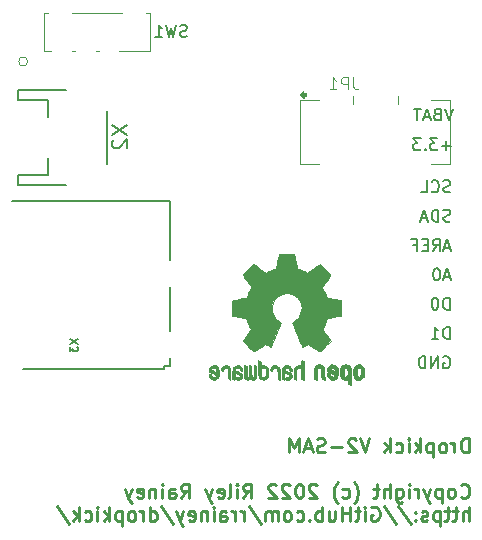
<source format=gbr>
%TF.GenerationSoftware,KiCad,Pcbnew,(6.0.1-0)*%
%TF.CreationDate,2022-03-15T17:07:28-05:00*%
%TF.ProjectId,dropkick,64726f70-6b69-4636-9b2e-6b696361645f,rev?*%
%TF.SameCoordinates,Original*%
%TF.FileFunction,Legend,Bot*%
%TF.FilePolarity,Positive*%
%FSLAX46Y46*%
G04 Gerber Fmt 4.6, Leading zero omitted, Abs format (unit mm)*
G04 Created by KiCad (PCBNEW (6.0.1-0)) date 2022-03-15 17:07:28*
%MOMM*%
%LPD*%
G01*
G04 APERTURE LIST*
%ADD10C,0.150000*%
%ADD11C,0.250000*%
%ADD12C,0.146304*%
%ADD13C,0.015000*%
%ADD14C,0.127000*%
%ADD15C,0.203200*%
%ADD16C,0.120000*%
%ADD17C,0.100000*%
%ADD18C,0.310000*%
%ADD19C,0.010000*%
G04 APERTURE END LIST*
D10*
X103440595Y-74800000D02*
X103535833Y-74752380D01*
X103678690Y-74752380D01*
X103821547Y-74800000D01*
X103916785Y-74895238D01*
X103964404Y-74990476D01*
X104012023Y-75180952D01*
X104012023Y-75323809D01*
X103964404Y-75514285D01*
X103916785Y-75609523D01*
X103821547Y-75704761D01*
X103678690Y-75752380D01*
X103583452Y-75752380D01*
X103440595Y-75704761D01*
X103392976Y-75657142D01*
X103392976Y-75323809D01*
X103583452Y-75323809D01*
X102964404Y-75752380D02*
X102964404Y-74752380D01*
X102392976Y-75752380D01*
X102392976Y-74752380D01*
X101916785Y-75752380D02*
X101916785Y-74752380D01*
X101678690Y-74752380D01*
X101535833Y-74800000D01*
X101440595Y-74895238D01*
X101392976Y-74990476D01*
X101345357Y-75180952D01*
X101345357Y-75323809D01*
X101392976Y-75514285D01*
X101440595Y-75609523D01*
X101535833Y-75704761D01*
X101678690Y-75752380D01*
X101916785Y-75752380D01*
X104012023Y-60804761D02*
X103869166Y-60852380D01*
X103631071Y-60852380D01*
X103535833Y-60804761D01*
X103488214Y-60757142D01*
X103440595Y-60661904D01*
X103440595Y-60566666D01*
X103488214Y-60471428D01*
X103535833Y-60423809D01*
X103631071Y-60376190D01*
X103821547Y-60328571D01*
X103916785Y-60280952D01*
X103964404Y-60233333D01*
X104012023Y-60138095D01*
X104012023Y-60042857D01*
X103964404Y-59947619D01*
X103916785Y-59900000D01*
X103821547Y-59852380D01*
X103583452Y-59852380D01*
X103440595Y-59900000D01*
X102440595Y-60757142D02*
X102488214Y-60804761D01*
X102631071Y-60852380D01*
X102726309Y-60852380D01*
X102869166Y-60804761D01*
X102964404Y-60709523D01*
X103012023Y-60614285D01*
X103059642Y-60423809D01*
X103059642Y-60280952D01*
X103012023Y-60090476D01*
X102964404Y-59995238D01*
X102869166Y-59900000D01*
X102726309Y-59852380D01*
X102631071Y-59852380D01*
X102488214Y-59900000D01*
X102440595Y-59947619D01*
X101535833Y-60852380D02*
X102012023Y-60852380D01*
X102012023Y-59852380D01*
X103964404Y-70785712D02*
X103964404Y-69785712D01*
X103726309Y-69785712D01*
X103583452Y-69833332D01*
X103488214Y-69928570D01*
X103440595Y-70023808D01*
X103392976Y-70214284D01*
X103392976Y-70357141D01*
X103440595Y-70547617D01*
X103488214Y-70642855D01*
X103583452Y-70738093D01*
X103726309Y-70785712D01*
X103964404Y-70785712D01*
X102773928Y-69785712D02*
X102678690Y-69785712D01*
X102583452Y-69833332D01*
X102535833Y-69880951D01*
X102488214Y-69976189D01*
X102440595Y-70166665D01*
X102440595Y-70404760D01*
X102488214Y-70595236D01*
X102535833Y-70690474D01*
X102583452Y-70738093D01*
X102678690Y-70785712D01*
X102773928Y-70785712D01*
X102869166Y-70738093D01*
X102916785Y-70690474D01*
X102964404Y-70595236D01*
X103012023Y-70404760D01*
X103012023Y-70166665D01*
X102964404Y-69976189D01*
X102916785Y-69880951D01*
X102869166Y-69833332D01*
X102773928Y-69785712D01*
X104217261Y-53772380D02*
X103883928Y-54772380D01*
X103550595Y-53772380D01*
X102883928Y-54248571D02*
X102741071Y-54296190D01*
X102693452Y-54343809D01*
X102645833Y-54439047D01*
X102645833Y-54581904D01*
X102693452Y-54677142D01*
X102741071Y-54724761D01*
X102836309Y-54772380D01*
X103217261Y-54772380D01*
X103217261Y-53772380D01*
X102883928Y-53772380D01*
X102788690Y-53820000D01*
X102741071Y-53867619D01*
X102693452Y-53962857D01*
X102693452Y-54058095D01*
X102741071Y-54153333D01*
X102788690Y-54200952D01*
X102883928Y-54248571D01*
X103217261Y-54248571D01*
X102264880Y-54486666D02*
X101788690Y-54486666D01*
X102360119Y-54772380D02*
X102026785Y-53772380D01*
X101693452Y-54772380D01*
X101502976Y-53772380D02*
X100931547Y-53772380D01*
X101217261Y-54772380D02*
X101217261Y-53772380D01*
X103964404Y-73269045D02*
X103964404Y-72269045D01*
X103726309Y-72269045D01*
X103583452Y-72316665D01*
X103488214Y-72411903D01*
X103440595Y-72507141D01*
X103392976Y-72697617D01*
X103392976Y-72840474D01*
X103440595Y-73030950D01*
X103488214Y-73126188D01*
X103583452Y-73221426D01*
X103726309Y-73269045D01*
X103964404Y-73269045D01*
X102440595Y-73269045D02*
X103012023Y-73269045D01*
X102726309Y-73269045D02*
X102726309Y-72269045D01*
X102821547Y-72411903D01*
X102916785Y-72507141D01*
X103012023Y-72554760D01*
D11*
X105571785Y-82884857D02*
X105571785Y-81684857D01*
X105286071Y-81684857D01*
X105114642Y-81742000D01*
X105000357Y-81856285D01*
X104943214Y-81970571D01*
X104886071Y-82199142D01*
X104886071Y-82370571D01*
X104943214Y-82599142D01*
X105000357Y-82713428D01*
X105114642Y-82827714D01*
X105286071Y-82884857D01*
X105571785Y-82884857D01*
X104371785Y-82884857D02*
X104371785Y-82084857D01*
X104371785Y-82313428D02*
X104314642Y-82199142D01*
X104257500Y-82142000D01*
X104143214Y-82084857D01*
X104028928Y-82084857D01*
X103457500Y-82884857D02*
X103571785Y-82827714D01*
X103628928Y-82770571D01*
X103686071Y-82656285D01*
X103686071Y-82313428D01*
X103628928Y-82199142D01*
X103571785Y-82142000D01*
X103457500Y-82084857D01*
X103286071Y-82084857D01*
X103171785Y-82142000D01*
X103114642Y-82199142D01*
X103057500Y-82313428D01*
X103057500Y-82656285D01*
X103114642Y-82770571D01*
X103171785Y-82827714D01*
X103286071Y-82884857D01*
X103457500Y-82884857D01*
X102543214Y-82084857D02*
X102543214Y-83284857D01*
X102543214Y-82142000D02*
X102428928Y-82084857D01*
X102200357Y-82084857D01*
X102086071Y-82142000D01*
X102028928Y-82199142D01*
X101971785Y-82313428D01*
X101971785Y-82656285D01*
X102028928Y-82770571D01*
X102086071Y-82827714D01*
X102200357Y-82884857D01*
X102428928Y-82884857D01*
X102543214Y-82827714D01*
X101457500Y-82884857D02*
X101457500Y-81684857D01*
X101343214Y-82427714D02*
X101000357Y-82884857D01*
X101000357Y-82084857D02*
X101457500Y-82542000D01*
X100486071Y-82884857D02*
X100486071Y-82084857D01*
X100486071Y-81684857D02*
X100543214Y-81742000D01*
X100486071Y-81799142D01*
X100428928Y-81742000D01*
X100486071Y-81684857D01*
X100486071Y-81799142D01*
X99400357Y-82827714D02*
X99514642Y-82884857D01*
X99743214Y-82884857D01*
X99857500Y-82827714D01*
X99914642Y-82770571D01*
X99971785Y-82656285D01*
X99971785Y-82313428D01*
X99914642Y-82199142D01*
X99857500Y-82142000D01*
X99743214Y-82084857D01*
X99514642Y-82084857D01*
X99400357Y-82142000D01*
X98886071Y-82884857D02*
X98886071Y-81684857D01*
X98771785Y-82427714D02*
X98428928Y-82884857D01*
X98428928Y-82084857D02*
X98886071Y-82542000D01*
X97171785Y-81684857D02*
X96771785Y-82884857D01*
X96371785Y-81684857D01*
X96028928Y-81799142D02*
X95971785Y-81742000D01*
X95857500Y-81684857D01*
X95571785Y-81684857D01*
X95457500Y-81742000D01*
X95400357Y-81799142D01*
X95343214Y-81913428D01*
X95343214Y-82027714D01*
X95400357Y-82199142D01*
X96086071Y-82884857D01*
X95343214Y-82884857D01*
X94828928Y-82427714D02*
X93914642Y-82427714D01*
X93400357Y-82827714D02*
X93228928Y-82884857D01*
X92943214Y-82884857D01*
X92828928Y-82827714D01*
X92771785Y-82770571D01*
X92714642Y-82656285D01*
X92714642Y-82542000D01*
X92771785Y-82427714D01*
X92828928Y-82370571D01*
X92943214Y-82313428D01*
X93171785Y-82256285D01*
X93286071Y-82199142D01*
X93343214Y-82142000D01*
X93400357Y-82027714D01*
X93400357Y-81913428D01*
X93343214Y-81799142D01*
X93286071Y-81742000D01*
X93171785Y-81684857D01*
X92886071Y-81684857D01*
X92714642Y-81742000D01*
X92257500Y-82542000D02*
X91686071Y-82542000D01*
X92371785Y-82884857D02*
X91971785Y-81684857D01*
X91571785Y-82884857D01*
X91171785Y-82884857D02*
X91171785Y-81684857D01*
X90771785Y-82542000D01*
X90371785Y-81684857D01*
X90371785Y-82884857D01*
X104886071Y-86634571D02*
X104943214Y-86691714D01*
X105114642Y-86748857D01*
X105228928Y-86748857D01*
X105400357Y-86691714D01*
X105514642Y-86577428D01*
X105571785Y-86463142D01*
X105628928Y-86234571D01*
X105628928Y-86063142D01*
X105571785Y-85834571D01*
X105514642Y-85720285D01*
X105400357Y-85606000D01*
X105228928Y-85548857D01*
X105114642Y-85548857D01*
X104943214Y-85606000D01*
X104886071Y-85663142D01*
X104200357Y-86748857D02*
X104314642Y-86691714D01*
X104371785Y-86634571D01*
X104428928Y-86520285D01*
X104428928Y-86177428D01*
X104371785Y-86063142D01*
X104314642Y-86006000D01*
X104200357Y-85948857D01*
X104028928Y-85948857D01*
X103914642Y-86006000D01*
X103857500Y-86063142D01*
X103800357Y-86177428D01*
X103800357Y-86520285D01*
X103857500Y-86634571D01*
X103914642Y-86691714D01*
X104028928Y-86748857D01*
X104200357Y-86748857D01*
X103286071Y-85948857D02*
X103286071Y-87148857D01*
X103286071Y-86006000D02*
X103171785Y-85948857D01*
X102943214Y-85948857D01*
X102828928Y-86006000D01*
X102771785Y-86063142D01*
X102714642Y-86177428D01*
X102714642Y-86520285D01*
X102771785Y-86634571D01*
X102828928Y-86691714D01*
X102943214Y-86748857D01*
X103171785Y-86748857D01*
X103286071Y-86691714D01*
X102314642Y-85948857D02*
X102028928Y-86748857D01*
X101743214Y-85948857D02*
X102028928Y-86748857D01*
X102143214Y-87034571D01*
X102200357Y-87091714D01*
X102314642Y-87148857D01*
X101286071Y-86748857D02*
X101286071Y-85948857D01*
X101286071Y-86177428D02*
X101228928Y-86063142D01*
X101171785Y-86006000D01*
X101057500Y-85948857D01*
X100943214Y-85948857D01*
X100543214Y-86748857D02*
X100543214Y-85948857D01*
X100543214Y-85548857D02*
X100600357Y-85606000D01*
X100543214Y-85663142D01*
X100486071Y-85606000D01*
X100543214Y-85548857D01*
X100543214Y-85663142D01*
X99457500Y-85948857D02*
X99457500Y-86920285D01*
X99514642Y-87034571D01*
X99571785Y-87091714D01*
X99686071Y-87148857D01*
X99857500Y-87148857D01*
X99971785Y-87091714D01*
X99457500Y-86691714D02*
X99571785Y-86748857D01*
X99800357Y-86748857D01*
X99914642Y-86691714D01*
X99971785Y-86634571D01*
X100028928Y-86520285D01*
X100028928Y-86177428D01*
X99971785Y-86063142D01*
X99914642Y-86006000D01*
X99800357Y-85948857D01*
X99571785Y-85948857D01*
X99457500Y-86006000D01*
X98886071Y-86748857D02*
X98886071Y-85548857D01*
X98371785Y-86748857D02*
X98371785Y-86120285D01*
X98428928Y-86006000D01*
X98543214Y-85948857D01*
X98714642Y-85948857D01*
X98828928Y-86006000D01*
X98886071Y-86063142D01*
X97971785Y-85948857D02*
X97514642Y-85948857D01*
X97800357Y-85548857D02*
X97800357Y-86577428D01*
X97743214Y-86691714D01*
X97628928Y-86748857D01*
X97514642Y-86748857D01*
X95857500Y-87206000D02*
X95914642Y-87148857D01*
X96028928Y-86977428D01*
X96086071Y-86863142D01*
X96143214Y-86691714D01*
X96200357Y-86406000D01*
X96200357Y-86177428D01*
X96143214Y-85891714D01*
X96086071Y-85720285D01*
X96028928Y-85606000D01*
X95914642Y-85434571D01*
X95857500Y-85377428D01*
X94886071Y-86691714D02*
X95000357Y-86748857D01*
X95228928Y-86748857D01*
X95343214Y-86691714D01*
X95400357Y-86634571D01*
X95457500Y-86520285D01*
X95457500Y-86177428D01*
X95400357Y-86063142D01*
X95343214Y-86006000D01*
X95228928Y-85948857D01*
X95000357Y-85948857D01*
X94886071Y-86006000D01*
X94486071Y-87206000D02*
X94428928Y-87148857D01*
X94314642Y-86977428D01*
X94257500Y-86863142D01*
X94200357Y-86691714D01*
X94143214Y-86406000D01*
X94143214Y-86177428D01*
X94200357Y-85891714D01*
X94257500Y-85720285D01*
X94314642Y-85606000D01*
X94428928Y-85434571D01*
X94486071Y-85377428D01*
X92714642Y-85663142D02*
X92657500Y-85606000D01*
X92543214Y-85548857D01*
X92257500Y-85548857D01*
X92143214Y-85606000D01*
X92086071Y-85663142D01*
X92028928Y-85777428D01*
X92028928Y-85891714D01*
X92086071Y-86063142D01*
X92771785Y-86748857D01*
X92028928Y-86748857D01*
X91286071Y-85548857D02*
X91171785Y-85548857D01*
X91057500Y-85606000D01*
X91000357Y-85663142D01*
X90943214Y-85777428D01*
X90886071Y-86006000D01*
X90886071Y-86291714D01*
X90943214Y-86520285D01*
X91000357Y-86634571D01*
X91057500Y-86691714D01*
X91171785Y-86748857D01*
X91286071Y-86748857D01*
X91400357Y-86691714D01*
X91457500Y-86634571D01*
X91514642Y-86520285D01*
X91571785Y-86291714D01*
X91571785Y-86006000D01*
X91514642Y-85777428D01*
X91457500Y-85663142D01*
X91400357Y-85606000D01*
X91286071Y-85548857D01*
X90428928Y-85663142D02*
X90371785Y-85606000D01*
X90257500Y-85548857D01*
X89971785Y-85548857D01*
X89857500Y-85606000D01*
X89800357Y-85663142D01*
X89743214Y-85777428D01*
X89743214Y-85891714D01*
X89800357Y-86063142D01*
X90486071Y-86748857D01*
X89743214Y-86748857D01*
X89286071Y-85663142D02*
X89228928Y-85606000D01*
X89114642Y-85548857D01*
X88828928Y-85548857D01*
X88714642Y-85606000D01*
X88657500Y-85663142D01*
X88600357Y-85777428D01*
X88600357Y-85891714D01*
X88657500Y-86063142D01*
X89343214Y-86748857D01*
X88600357Y-86748857D01*
X86486071Y-86748857D02*
X86886071Y-86177428D01*
X87171785Y-86748857D02*
X87171785Y-85548857D01*
X86714642Y-85548857D01*
X86600357Y-85606000D01*
X86543214Y-85663142D01*
X86486071Y-85777428D01*
X86486071Y-85948857D01*
X86543214Y-86063142D01*
X86600357Y-86120285D01*
X86714642Y-86177428D01*
X87171785Y-86177428D01*
X85971785Y-86748857D02*
X85971785Y-85948857D01*
X85971785Y-85548857D02*
X86028928Y-85606000D01*
X85971785Y-85663142D01*
X85914642Y-85606000D01*
X85971785Y-85548857D01*
X85971785Y-85663142D01*
X85228928Y-86748857D02*
X85343214Y-86691714D01*
X85400357Y-86577428D01*
X85400357Y-85548857D01*
X84314642Y-86691714D02*
X84428928Y-86748857D01*
X84657500Y-86748857D01*
X84771785Y-86691714D01*
X84828928Y-86577428D01*
X84828928Y-86120285D01*
X84771785Y-86006000D01*
X84657500Y-85948857D01*
X84428928Y-85948857D01*
X84314642Y-86006000D01*
X84257500Y-86120285D01*
X84257500Y-86234571D01*
X84828928Y-86348857D01*
X83857500Y-85948857D02*
X83571785Y-86748857D01*
X83286071Y-85948857D02*
X83571785Y-86748857D01*
X83686071Y-87034571D01*
X83743214Y-87091714D01*
X83857500Y-87148857D01*
X81228928Y-86748857D02*
X81628928Y-86177428D01*
X81914642Y-86748857D02*
X81914642Y-85548857D01*
X81457500Y-85548857D01*
X81343214Y-85606000D01*
X81286071Y-85663142D01*
X81228928Y-85777428D01*
X81228928Y-85948857D01*
X81286071Y-86063142D01*
X81343214Y-86120285D01*
X81457500Y-86177428D01*
X81914642Y-86177428D01*
X80200357Y-86748857D02*
X80200357Y-86120285D01*
X80257500Y-86006000D01*
X80371785Y-85948857D01*
X80600357Y-85948857D01*
X80714642Y-86006000D01*
X80200357Y-86691714D02*
X80314642Y-86748857D01*
X80600357Y-86748857D01*
X80714642Y-86691714D01*
X80771785Y-86577428D01*
X80771785Y-86463142D01*
X80714642Y-86348857D01*
X80600357Y-86291714D01*
X80314642Y-86291714D01*
X80200357Y-86234571D01*
X79628928Y-86748857D02*
X79628928Y-85948857D01*
X79628928Y-85548857D02*
X79686071Y-85606000D01*
X79628928Y-85663142D01*
X79571785Y-85606000D01*
X79628928Y-85548857D01*
X79628928Y-85663142D01*
X79057500Y-85948857D02*
X79057500Y-86748857D01*
X79057500Y-86063142D02*
X79000357Y-86006000D01*
X78886071Y-85948857D01*
X78714642Y-85948857D01*
X78600357Y-86006000D01*
X78543214Y-86120285D01*
X78543214Y-86748857D01*
X77514642Y-86691714D02*
X77628928Y-86748857D01*
X77857500Y-86748857D01*
X77971785Y-86691714D01*
X78028928Y-86577428D01*
X78028928Y-86120285D01*
X77971785Y-86006000D01*
X77857500Y-85948857D01*
X77628928Y-85948857D01*
X77514642Y-86006000D01*
X77457500Y-86120285D01*
X77457500Y-86234571D01*
X78028928Y-86348857D01*
X77057500Y-85948857D02*
X76771785Y-86748857D01*
X76486071Y-85948857D02*
X76771785Y-86748857D01*
X76886071Y-87034571D01*
X76943214Y-87091714D01*
X77057500Y-87148857D01*
X105571785Y-88680857D02*
X105571785Y-87480857D01*
X105057500Y-88680857D02*
X105057500Y-88052285D01*
X105114642Y-87938000D01*
X105228928Y-87880857D01*
X105400357Y-87880857D01*
X105514642Y-87938000D01*
X105571785Y-87995142D01*
X104657500Y-87880857D02*
X104200357Y-87880857D01*
X104486071Y-87480857D02*
X104486071Y-88509428D01*
X104428928Y-88623714D01*
X104314642Y-88680857D01*
X104200357Y-88680857D01*
X103971785Y-87880857D02*
X103514642Y-87880857D01*
X103800357Y-87480857D02*
X103800357Y-88509428D01*
X103743214Y-88623714D01*
X103628928Y-88680857D01*
X103514642Y-88680857D01*
X103114642Y-87880857D02*
X103114642Y-89080857D01*
X103114642Y-87938000D02*
X103000357Y-87880857D01*
X102771785Y-87880857D01*
X102657500Y-87938000D01*
X102600357Y-87995142D01*
X102543214Y-88109428D01*
X102543214Y-88452285D01*
X102600357Y-88566571D01*
X102657500Y-88623714D01*
X102771785Y-88680857D01*
X103000357Y-88680857D01*
X103114642Y-88623714D01*
X102086071Y-88623714D02*
X101971785Y-88680857D01*
X101743214Y-88680857D01*
X101628928Y-88623714D01*
X101571785Y-88509428D01*
X101571785Y-88452285D01*
X101628928Y-88338000D01*
X101743214Y-88280857D01*
X101914642Y-88280857D01*
X102028928Y-88223714D01*
X102086071Y-88109428D01*
X102086071Y-88052285D01*
X102028928Y-87938000D01*
X101914642Y-87880857D01*
X101743214Y-87880857D01*
X101628928Y-87938000D01*
X101057500Y-88566571D02*
X101000357Y-88623714D01*
X101057500Y-88680857D01*
X101114642Y-88623714D01*
X101057500Y-88566571D01*
X101057500Y-88680857D01*
X101057500Y-87938000D02*
X101000357Y-87995142D01*
X101057500Y-88052285D01*
X101114642Y-87995142D01*
X101057500Y-87938000D01*
X101057500Y-88052285D01*
X99628928Y-87423714D02*
X100657500Y-88966571D01*
X98371785Y-87423714D02*
X99400357Y-88966571D01*
X97343214Y-87538000D02*
X97457500Y-87480857D01*
X97628928Y-87480857D01*
X97800357Y-87538000D01*
X97914642Y-87652285D01*
X97971785Y-87766571D01*
X98028928Y-87995142D01*
X98028928Y-88166571D01*
X97971785Y-88395142D01*
X97914642Y-88509428D01*
X97800357Y-88623714D01*
X97628928Y-88680857D01*
X97514642Y-88680857D01*
X97343214Y-88623714D01*
X97286071Y-88566571D01*
X97286071Y-88166571D01*
X97514642Y-88166571D01*
X96771785Y-88680857D02*
X96771785Y-87880857D01*
X96771785Y-87480857D02*
X96828928Y-87538000D01*
X96771785Y-87595142D01*
X96714642Y-87538000D01*
X96771785Y-87480857D01*
X96771785Y-87595142D01*
X96371785Y-87880857D02*
X95914642Y-87880857D01*
X96200357Y-87480857D02*
X96200357Y-88509428D01*
X96143214Y-88623714D01*
X96028928Y-88680857D01*
X95914642Y-88680857D01*
X95514642Y-88680857D02*
X95514642Y-87480857D01*
X95514642Y-88052285D02*
X94828928Y-88052285D01*
X94828928Y-88680857D02*
X94828928Y-87480857D01*
X93743214Y-87880857D02*
X93743214Y-88680857D01*
X94257500Y-87880857D02*
X94257500Y-88509428D01*
X94200357Y-88623714D01*
X94086071Y-88680857D01*
X93914642Y-88680857D01*
X93800357Y-88623714D01*
X93743214Y-88566571D01*
X93171785Y-88680857D02*
X93171785Y-87480857D01*
X93171785Y-87938000D02*
X93057500Y-87880857D01*
X92828928Y-87880857D01*
X92714642Y-87938000D01*
X92657500Y-87995142D01*
X92600357Y-88109428D01*
X92600357Y-88452285D01*
X92657500Y-88566571D01*
X92714642Y-88623714D01*
X92828928Y-88680857D01*
X93057500Y-88680857D01*
X93171785Y-88623714D01*
X92086071Y-88566571D02*
X92028928Y-88623714D01*
X92086071Y-88680857D01*
X92143214Y-88623714D01*
X92086071Y-88566571D01*
X92086071Y-88680857D01*
X91000357Y-88623714D02*
X91114642Y-88680857D01*
X91343214Y-88680857D01*
X91457500Y-88623714D01*
X91514642Y-88566571D01*
X91571785Y-88452285D01*
X91571785Y-88109428D01*
X91514642Y-87995142D01*
X91457500Y-87938000D01*
X91343214Y-87880857D01*
X91114642Y-87880857D01*
X91000357Y-87938000D01*
X90314642Y-88680857D02*
X90428928Y-88623714D01*
X90486071Y-88566571D01*
X90543214Y-88452285D01*
X90543214Y-88109428D01*
X90486071Y-87995142D01*
X90428928Y-87938000D01*
X90314642Y-87880857D01*
X90143214Y-87880857D01*
X90028928Y-87938000D01*
X89971785Y-87995142D01*
X89914642Y-88109428D01*
X89914642Y-88452285D01*
X89971785Y-88566571D01*
X90028928Y-88623714D01*
X90143214Y-88680857D01*
X90314642Y-88680857D01*
X89400357Y-88680857D02*
X89400357Y-87880857D01*
X89400357Y-87995142D02*
X89343214Y-87938000D01*
X89228928Y-87880857D01*
X89057499Y-87880857D01*
X88943214Y-87938000D01*
X88886071Y-88052285D01*
X88886071Y-88680857D01*
X88886071Y-88052285D02*
X88828928Y-87938000D01*
X88714642Y-87880857D01*
X88543214Y-87880857D01*
X88428928Y-87938000D01*
X88371785Y-88052285D01*
X88371785Y-88680857D01*
X86943214Y-87423714D02*
X87971785Y-88966571D01*
X86543214Y-88680857D02*
X86543214Y-87880857D01*
X86543214Y-88109428D02*
X86486071Y-87995142D01*
X86428928Y-87938000D01*
X86314642Y-87880857D01*
X86200357Y-87880857D01*
X85800357Y-88680857D02*
X85800357Y-87880857D01*
X85800357Y-88109428D02*
X85743214Y-87995142D01*
X85686071Y-87938000D01*
X85571785Y-87880857D01*
X85457499Y-87880857D01*
X84543214Y-88680857D02*
X84543214Y-88052285D01*
X84600357Y-87938000D01*
X84714642Y-87880857D01*
X84943214Y-87880857D01*
X85057499Y-87938000D01*
X84543214Y-88623714D02*
X84657499Y-88680857D01*
X84943214Y-88680857D01*
X85057499Y-88623714D01*
X85114642Y-88509428D01*
X85114642Y-88395142D01*
X85057499Y-88280857D01*
X84943214Y-88223714D01*
X84657499Y-88223714D01*
X84543214Y-88166571D01*
X83971785Y-88680857D02*
X83971785Y-87880857D01*
X83971785Y-87480857D02*
X84028928Y-87538000D01*
X83971785Y-87595142D01*
X83914642Y-87538000D01*
X83971785Y-87480857D01*
X83971785Y-87595142D01*
X83400357Y-87880857D02*
X83400357Y-88680857D01*
X83400357Y-87995142D02*
X83343214Y-87938000D01*
X83228928Y-87880857D01*
X83057499Y-87880857D01*
X82943214Y-87938000D01*
X82886071Y-88052285D01*
X82886071Y-88680857D01*
X81857499Y-88623714D02*
X81971785Y-88680857D01*
X82200357Y-88680857D01*
X82314642Y-88623714D01*
X82371785Y-88509428D01*
X82371785Y-88052285D01*
X82314642Y-87938000D01*
X82200357Y-87880857D01*
X81971785Y-87880857D01*
X81857499Y-87938000D01*
X81800357Y-88052285D01*
X81800357Y-88166571D01*
X82371785Y-88280857D01*
X81400357Y-87880857D02*
X81114642Y-88680857D01*
X80828928Y-87880857D02*
X81114642Y-88680857D01*
X81228928Y-88966571D01*
X81286071Y-89023714D01*
X81400357Y-89080857D01*
X79514642Y-87423714D02*
X80543214Y-88966571D01*
X78600357Y-88680857D02*
X78600357Y-87480857D01*
X78600357Y-88623714D02*
X78714642Y-88680857D01*
X78943214Y-88680857D01*
X79057499Y-88623714D01*
X79114642Y-88566571D01*
X79171785Y-88452285D01*
X79171785Y-88109428D01*
X79114642Y-87995142D01*
X79057499Y-87938000D01*
X78943214Y-87880857D01*
X78714642Y-87880857D01*
X78600357Y-87938000D01*
X78028928Y-88680857D02*
X78028928Y-87880857D01*
X78028928Y-88109428D02*
X77971785Y-87995142D01*
X77914642Y-87938000D01*
X77800357Y-87880857D01*
X77686071Y-87880857D01*
X77114642Y-88680857D02*
X77228928Y-88623714D01*
X77286071Y-88566571D01*
X77343214Y-88452285D01*
X77343214Y-88109428D01*
X77286071Y-87995142D01*
X77228928Y-87938000D01*
X77114642Y-87880857D01*
X76943214Y-87880857D01*
X76828928Y-87938000D01*
X76771785Y-87995142D01*
X76714642Y-88109428D01*
X76714642Y-88452285D01*
X76771785Y-88566571D01*
X76828928Y-88623714D01*
X76943214Y-88680857D01*
X77114642Y-88680857D01*
X76200357Y-87880857D02*
X76200357Y-89080857D01*
X76200357Y-87938000D02*
X76086071Y-87880857D01*
X75857499Y-87880857D01*
X75743214Y-87938000D01*
X75686071Y-87995142D01*
X75628928Y-88109428D01*
X75628928Y-88452285D01*
X75686071Y-88566571D01*
X75743214Y-88623714D01*
X75857499Y-88680857D01*
X76086071Y-88680857D01*
X76200357Y-88623714D01*
X75114642Y-88680857D02*
X75114642Y-87480857D01*
X75000357Y-88223714D02*
X74657499Y-88680857D01*
X74657499Y-87880857D02*
X75114642Y-88338000D01*
X74143214Y-88680857D02*
X74143214Y-87880857D01*
X74143214Y-87480857D02*
X74200357Y-87538000D01*
X74143214Y-87595142D01*
X74086071Y-87538000D01*
X74143214Y-87480857D01*
X74143214Y-87595142D01*
X73057499Y-88623714D02*
X73171785Y-88680857D01*
X73400357Y-88680857D01*
X73514642Y-88623714D01*
X73571785Y-88566571D01*
X73628928Y-88452285D01*
X73628928Y-88109428D01*
X73571785Y-87995142D01*
X73514642Y-87938000D01*
X73400357Y-87880857D01*
X73171785Y-87880857D01*
X73057499Y-87938000D01*
X72543214Y-88680857D02*
X72543214Y-87480857D01*
X72428928Y-88223714D02*
X72086071Y-88680857D01*
X72086071Y-87880857D02*
X72543214Y-88338000D01*
X70714642Y-87423714D02*
X71743214Y-88966571D01*
D10*
X104012023Y-63288094D02*
X103869166Y-63335713D01*
X103631071Y-63335713D01*
X103535833Y-63288094D01*
X103488214Y-63240475D01*
X103440595Y-63145237D01*
X103440595Y-63049999D01*
X103488214Y-62954761D01*
X103535833Y-62907142D01*
X103631071Y-62859523D01*
X103821547Y-62811904D01*
X103916785Y-62764285D01*
X103964404Y-62716666D01*
X104012023Y-62621428D01*
X104012023Y-62526190D01*
X103964404Y-62430952D01*
X103916785Y-62383333D01*
X103821547Y-62335713D01*
X103583452Y-62335713D01*
X103440595Y-62383333D01*
X103012023Y-63335713D02*
X103012023Y-62335713D01*
X102773928Y-62335713D01*
X102631071Y-62383333D01*
X102535833Y-62478571D01*
X102488214Y-62573809D01*
X102440595Y-62764285D01*
X102440595Y-62907142D01*
X102488214Y-63097618D01*
X102535833Y-63192856D01*
X102631071Y-63288094D01*
X102773928Y-63335713D01*
X103012023Y-63335713D01*
X102059642Y-63049999D02*
X101583452Y-63049999D01*
X102154880Y-63335713D02*
X101821547Y-62335713D01*
X101488214Y-63335713D01*
X104074404Y-56921428D02*
X103312500Y-56921428D01*
X103693452Y-57302380D02*
X103693452Y-56540476D01*
X102931547Y-56302380D02*
X102312500Y-56302380D01*
X102645833Y-56683333D01*
X102502976Y-56683333D01*
X102407738Y-56730952D01*
X102360119Y-56778571D01*
X102312500Y-56873809D01*
X102312500Y-57111904D01*
X102360119Y-57207142D01*
X102407738Y-57254761D01*
X102502976Y-57302380D01*
X102788690Y-57302380D01*
X102883928Y-57254761D01*
X102931547Y-57207142D01*
X101883928Y-57207142D02*
X101836309Y-57254761D01*
X101883928Y-57302380D01*
X101931547Y-57254761D01*
X101883928Y-57207142D01*
X101883928Y-57302380D01*
X101502976Y-56302380D02*
X100883928Y-56302380D01*
X101217261Y-56683333D01*
X101074404Y-56683333D01*
X100979166Y-56730952D01*
X100931547Y-56778571D01*
X100883928Y-56873809D01*
X100883928Y-57111904D01*
X100931547Y-57207142D01*
X100979166Y-57254761D01*
X101074404Y-57302380D01*
X101360119Y-57302380D01*
X101455357Y-57254761D01*
X101502976Y-57207142D01*
X104012023Y-65533332D02*
X103535833Y-65533332D01*
X104107261Y-65819046D02*
X103773928Y-64819046D01*
X103440595Y-65819046D01*
X102535833Y-65819046D02*
X102869166Y-65342856D01*
X103107261Y-65819046D02*
X103107261Y-64819046D01*
X102726309Y-64819046D01*
X102631071Y-64866666D01*
X102583452Y-64914285D01*
X102535833Y-65009523D01*
X102535833Y-65152380D01*
X102583452Y-65247618D01*
X102631071Y-65295237D01*
X102726309Y-65342856D01*
X103107261Y-65342856D01*
X102107261Y-65295237D02*
X101773928Y-65295237D01*
X101631071Y-65819046D02*
X102107261Y-65819046D01*
X102107261Y-64819046D01*
X101631071Y-64819046D01*
X100869166Y-65295237D02*
X101202500Y-65295237D01*
X101202500Y-65819046D02*
X101202500Y-64819046D01*
X100726309Y-64819046D01*
X104012023Y-68016665D02*
X103535833Y-68016665D01*
X104107261Y-68302379D02*
X103773928Y-67302379D01*
X103440595Y-68302379D01*
X102916785Y-67302379D02*
X102821547Y-67302379D01*
X102726309Y-67349999D01*
X102678690Y-67397618D01*
X102631071Y-67492856D01*
X102583452Y-67683332D01*
X102583452Y-67921427D01*
X102631071Y-68111903D01*
X102678690Y-68207141D01*
X102726309Y-68254760D01*
X102821547Y-68302379D01*
X102916785Y-68302379D01*
X103012023Y-68254760D01*
X103059642Y-68207141D01*
X103107261Y-68111903D01*
X103154880Y-67921427D01*
X103154880Y-67683332D01*
X103107261Y-67492856D01*
X103059642Y-67397618D01*
X103012023Y-67349999D01*
X102916785Y-67302379D01*
D12*
%TO.C,X3*%
X71791766Y-73280599D02*
X72458262Y-73724930D01*
X71791766Y-73724930D02*
X72458262Y-73280599D01*
X71791766Y-73915358D02*
X71791766Y-74327950D01*
X72045669Y-74105785D01*
X72045669Y-74200999D01*
X72077407Y-74264474D01*
X72109145Y-74296212D01*
X72172620Y-74327950D01*
X72331310Y-74327950D01*
X72394786Y-74296212D01*
X72426524Y-74264474D01*
X72458262Y-74200999D01*
X72458262Y-74010571D01*
X72426524Y-73947095D01*
X72394786Y-73915358D01*
D10*
%TO.C,X2*%
X75404523Y-55151904D02*
X76674523Y-55998571D01*
X75404523Y-55998571D02*
X76674523Y-55151904D01*
X75525476Y-56421904D02*
X75465000Y-56482380D01*
X75404523Y-56603333D01*
X75404523Y-56905714D01*
X75465000Y-57026666D01*
X75525476Y-57087142D01*
X75646428Y-57147619D01*
X75767380Y-57147619D01*
X75948809Y-57087142D01*
X76674523Y-56361428D01*
X76674523Y-57147619D01*
%TO.C,SW1*%
X81724333Y-47648761D02*
X81581476Y-47696380D01*
X81343380Y-47696380D01*
X81248142Y-47648761D01*
X81200523Y-47601142D01*
X81152904Y-47505904D01*
X81152904Y-47410666D01*
X81200523Y-47315428D01*
X81248142Y-47267809D01*
X81343380Y-47220190D01*
X81533857Y-47172571D01*
X81629095Y-47124952D01*
X81676714Y-47077333D01*
X81724333Y-46982095D01*
X81724333Y-46886857D01*
X81676714Y-46791619D01*
X81629095Y-46744000D01*
X81533857Y-46696380D01*
X81295761Y-46696380D01*
X81152904Y-46744000D01*
X80819571Y-46696380D02*
X80581476Y-47696380D01*
X80391000Y-46982095D01*
X80200523Y-47696380D01*
X79962428Y-46696380D01*
X79057666Y-47696380D02*
X79629095Y-47696380D01*
X79343380Y-47696380D02*
X79343380Y-46696380D01*
X79438619Y-46839238D01*
X79533857Y-46934476D01*
X79629095Y-46982095D01*
D13*
%TO.C,JP1*%
X95801497Y-51133410D02*
X95801497Y-51848179D01*
X95849148Y-51991133D01*
X95944451Y-52086435D01*
X96087405Y-52134087D01*
X96182707Y-52134087D01*
X95324984Y-52134087D02*
X95324984Y-51133410D01*
X94943774Y-51133410D01*
X94848471Y-51181061D01*
X94800820Y-51228712D01*
X94753169Y-51324015D01*
X94753169Y-51466969D01*
X94800820Y-51562271D01*
X94848471Y-51609923D01*
X94943774Y-51657574D01*
X95324984Y-51657574D01*
X93800143Y-52134087D02*
X94371958Y-52134087D01*
X94086051Y-52134087D02*
X94086051Y-51133410D01*
X94181353Y-51276364D01*
X94276656Y-51371666D01*
X94371958Y-51419317D01*
D14*
%TO.C,X3*%
X80280000Y-72580000D02*
X80280000Y-68880000D01*
X80280000Y-66630000D02*
X80280000Y-61580000D01*
X79780000Y-75780000D02*
X67830000Y-75780000D01*
X79780000Y-75530000D02*
X79780000Y-75780000D01*
X80280000Y-74880000D02*
X80280000Y-75530000D01*
X80280000Y-75530000D02*
X79780000Y-75530000D01*
X80280000Y-61580000D02*
X66930000Y-61580000D01*
D15*
%TO.C,X2*%
X69950000Y-53080000D02*
X69950000Y-54480000D01*
X67450000Y-59380000D02*
X67450000Y-60230000D01*
X69950000Y-57980000D02*
X69950000Y-59380000D01*
X69950000Y-59380000D02*
X67450000Y-59380000D01*
X67450000Y-52230000D02*
X67450000Y-53080000D01*
X74950000Y-58480000D02*
X74950000Y-53980000D01*
X67450000Y-60230000D02*
X71450000Y-60230000D01*
X71450000Y-52230000D02*
X67450000Y-52230000D01*
X67450000Y-53080000D02*
X69950000Y-53080000D01*
D16*
%TO.C,SW1*%
X72026134Y-45669200D02*
X76213864Y-45669200D01*
X72241161Y-48920400D02*
X71998840Y-48920400D01*
X78603099Y-48920400D02*
X75998842Y-48920400D01*
X70241160Y-48920400D02*
X69636899Y-48920400D01*
X69636899Y-48920400D02*
X69636899Y-45669200D01*
X74241162Y-48920400D02*
X73998841Y-48920400D01*
X78603099Y-45669200D02*
X78603099Y-48920400D01*
X78276134Y-45669200D02*
X78603099Y-45669200D01*
X69636899Y-45669200D02*
X69963864Y-45669200D01*
X68239899Y-49784000D02*
G75*
G03*
X68239899Y-49784000I-381000J0D01*
G01*
D17*
%TO.C,JP1*%
X92900000Y-58420000D02*
X91310000Y-58420000D01*
D16*
X99560000Y-53420000D02*
X99560000Y-52720000D01*
D17*
X91310000Y-58370000D02*
X91310000Y-53070000D01*
X102410000Y-53070000D02*
X104000000Y-53070000D01*
X104000000Y-53120000D02*
X104000000Y-58420000D01*
X102410000Y-58420000D02*
X104000000Y-58420000D01*
D16*
X95760000Y-53420000D02*
X95760000Y-52720000D01*
D17*
X92900000Y-53070000D02*
X91310000Y-53070000D01*
D18*
X91765000Y-52620000D02*
G75*
G03*
X91765000Y-52620000I-155000J0D01*
G01*
D19*
%TO.C,REF1*%
X89950986Y-66042998D02*
X89792994Y-66043863D01*
X89792994Y-66043863D02*
X89678653Y-66046205D01*
X89678653Y-66046205D02*
X89600593Y-66050762D01*
X89600593Y-66050762D02*
X89551446Y-66058270D01*
X89551446Y-66058270D02*
X89523841Y-66069466D01*
X89523841Y-66069466D02*
X89510408Y-66085088D01*
X89510408Y-66085088D02*
X89503779Y-66105873D01*
X89503779Y-66105873D02*
X89503135Y-66108563D01*
X89503135Y-66108563D02*
X89493065Y-66157113D01*
X89493065Y-66157113D02*
X89474425Y-66252905D01*
X89474425Y-66252905D02*
X89449155Y-66385743D01*
X89449155Y-66385743D02*
X89419193Y-66545431D01*
X89419193Y-66545431D02*
X89386478Y-66721774D01*
X89386478Y-66721774D02*
X89385336Y-66727967D01*
X89385336Y-66727967D02*
X89352567Y-66900782D01*
X89352567Y-66900782D02*
X89321907Y-67053469D01*
X89321907Y-67053469D02*
X89295336Y-67176871D01*
X89295336Y-67176871D02*
X89274833Y-67261831D01*
X89274833Y-67261831D02*
X89262374Y-67299190D01*
X89262374Y-67299190D02*
X89261780Y-67299852D01*
X89261780Y-67299852D02*
X89225081Y-67318095D01*
X89225081Y-67318095D02*
X89149414Y-67348497D01*
X89149414Y-67348497D02*
X89051122Y-67384493D01*
X89051122Y-67384493D02*
X89050575Y-67384685D01*
X89050575Y-67384685D02*
X88926767Y-67431222D01*
X88926767Y-67431222D02*
X88780804Y-67490504D01*
X88780804Y-67490504D02*
X88643219Y-67550109D01*
X88643219Y-67550109D02*
X88636707Y-67553056D01*
X88636707Y-67553056D02*
X88412610Y-67654765D01*
X88412610Y-67654765D02*
X87916381Y-67315897D01*
X87916381Y-67315897D02*
X87764154Y-67212592D01*
X87764154Y-67212592D02*
X87626259Y-67120237D01*
X87626259Y-67120237D02*
X87510685Y-67044084D01*
X87510685Y-67044084D02*
X87425421Y-66989385D01*
X87425421Y-66989385D02*
X87378456Y-66961393D01*
X87378456Y-66961393D02*
X87373996Y-66959317D01*
X87373996Y-66959317D02*
X87339866Y-66968560D01*
X87339866Y-66968560D02*
X87276119Y-67013156D01*
X87276119Y-67013156D02*
X87180269Y-67095209D01*
X87180269Y-67095209D02*
X87049831Y-67216821D01*
X87049831Y-67216821D02*
X86916672Y-67346205D01*
X86916672Y-67346205D02*
X86788306Y-67473702D01*
X86788306Y-67473702D02*
X86673419Y-67590046D01*
X86673419Y-67590046D02*
X86578927Y-67688052D01*
X86578927Y-67688052D02*
X86511747Y-67760536D01*
X86511747Y-67760536D02*
X86478794Y-67800313D01*
X86478794Y-67800313D02*
X86477568Y-67802361D01*
X86477568Y-67802361D02*
X86473926Y-67829656D01*
X86473926Y-67829656D02*
X86487650Y-67874234D01*
X86487650Y-67874234D02*
X86522131Y-67942112D01*
X86522131Y-67942112D02*
X86580761Y-68039311D01*
X86580761Y-68039311D02*
X86666930Y-68171851D01*
X86666930Y-68171851D02*
X86781800Y-68342476D01*
X86781800Y-68342476D02*
X86883746Y-68492655D01*
X86883746Y-68492655D02*
X86974877Y-68627350D01*
X86974877Y-68627350D02*
X87049927Y-68738740D01*
X87049927Y-68738740D02*
X87103631Y-68819005D01*
X87103631Y-68819005D02*
X87130720Y-68860325D01*
X87130720Y-68860325D02*
X87132426Y-68863130D01*
X87132426Y-68863130D02*
X87129118Y-68902721D01*
X87129118Y-68902721D02*
X87104047Y-68979669D01*
X87104047Y-68979669D02*
X87062202Y-69079432D01*
X87062202Y-69079432D02*
X87047288Y-69111291D01*
X87047288Y-69111291D02*
X86982214Y-69253226D01*
X86982214Y-69253226D02*
X86912788Y-69414273D01*
X86912788Y-69414273D02*
X86856391Y-69553621D01*
X86856391Y-69553621D02*
X86815753Y-69657044D01*
X86815753Y-69657044D02*
X86783474Y-69735642D01*
X86783474Y-69735642D02*
X86764822Y-69776720D01*
X86764822Y-69776720D02*
X86762503Y-69779885D01*
X86762503Y-69779885D02*
X86728197Y-69785128D01*
X86728197Y-69785128D02*
X86647331Y-69799494D01*
X86647331Y-69799494D02*
X86530657Y-69820937D01*
X86530657Y-69820937D02*
X86388925Y-69847413D01*
X86388925Y-69847413D02*
X86232890Y-69876877D01*
X86232890Y-69876877D02*
X86073302Y-69907283D01*
X86073302Y-69907283D02*
X85920915Y-69936588D01*
X85920915Y-69936588D02*
X85786479Y-69962745D01*
X85786479Y-69962745D02*
X85680748Y-69983710D01*
X85680748Y-69983710D02*
X85614474Y-69997439D01*
X85614474Y-69997439D02*
X85598218Y-70001320D01*
X85598218Y-70001320D02*
X85581427Y-70010900D01*
X85581427Y-70010900D02*
X85568751Y-70032536D01*
X85568751Y-70032536D02*
X85559622Y-70073531D01*
X85559622Y-70073531D02*
X85553469Y-70141189D01*
X85553469Y-70141189D02*
X85549720Y-70242812D01*
X85549720Y-70242812D02*
X85547808Y-70385703D01*
X85547808Y-70385703D02*
X85547160Y-70577165D01*
X85547160Y-70577165D02*
X85547126Y-70655645D01*
X85547126Y-70655645D02*
X85547126Y-71293906D01*
X85547126Y-71293906D02*
X85700402Y-71324160D01*
X85700402Y-71324160D02*
X85785678Y-71340564D01*
X85785678Y-71340564D02*
X85912930Y-71364509D01*
X85912930Y-71364509D02*
X86066685Y-71393107D01*
X86066685Y-71393107D02*
X86231466Y-71423467D01*
X86231466Y-71423467D02*
X86277011Y-71431806D01*
X86277011Y-71431806D02*
X86429068Y-71461370D01*
X86429068Y-71461370D02*
X86561532Y-71490442D01*
X86561532Y-71490442D02*
X86663286Y-71516329D01*
X86663286Y-71516329D02*
X86723212Y-71536337D01*
X86723212Y-71536337D02*
X86733195Y-71542301D01*
X86733195Y-71542301D02*
X86757707Y-71584534D01*
X86757707Y-71584534D02*
X86792852Y-71666370D01*
X86792852Y-71666370D02*
X86831827Y-71771683D01*
X86831827Y-71771683D02*
X86839558Y-71794368D01*
X86839558Y-71794368D02*
X86890640Y-71935018D01*
X86890640Y-71935018D02*
X86954046Y-72093714D01*
X86954046Y-72093714D02*
X87016096Y-72236225D01*
X87016096Y-72236225D02*
X87016402Y-72236886D01*
X87016402Y-72236886D02*
X87119733Y-72460440D01*
X87119733Y-72460440D02*
X86440039Y-73460232D01*
X86440039Y-73460232D02*
X86876379Y-73897300D01*
X86876379Y-73897300D02*
X87008351Y-74027381D01*
X87008351Y-74027381D02*
X87128721Y-74142048D01*
X87128721Y-74142048D02*
X87230727Y-74235181D01*
X87230727Y-74235181D02*
X87307609Y-74300658D01*
X87307609Y-74300658D02*
X87352607Y-74332357D01*
X87352607Y-74332357D02*
X87359062Y-74334368D01*
X87359062Y-74334368D02*
X87396960Y-74318529D01*
X87396960Y-74318529D02*
X87474292Y-74274496D01*
X87474292Y-74274496D02*
X87582611Y-74207490D01*
X87582611Y-74207490D02*
X87713468Y-74122734D01*
X87713468Y-74122734D02*
X87854948Y-74027816D01*
X87854948Y-74027816D02*
X87998539Y-73930998D01*
X87998539Y-73930998D02*
X88126565Y-73846751D01*
X88126565Y-73846751D02*
X88230895Y-73780258D01*
X88230895Y-73780258D02*
X88303400Y-73736702D01*
X88303400Y-73736702D02*
X88335842Y-73721264D01*
X88335842Y-73721264D02*
X88375424Y-73734328D01*
X88375424Y-73734328D02*
X88450481Y-73768750D01*
X88450481Y-73768750D02*
X88545532Y-73817380D01*
X88545532Y-73817380D02*
X88555608Y-73822785D01*
X88555608Y-73822785D02*
X88683609Y-73886980D01*
X88683609Y-73886980D02*
X88771382Y-73918463D01*
X88771382Y-73918463D02*
X88825972Y-73918798D01*
X88825972Y-73918798D02*
X88854425Y-73889548D01*
X88854425Y-73889548D02*
X88854590Y-73889138D01*
X88854590Y-73889138D02*
X88868812Y-73854498D01*
X88868812Y-73854498D02*
X88902731Y-73772269D01*
X88902731Y-73772269D02*
X88953716Y-73648814D01*
X88953716Y-73648814D02*
X89019138Y-73490498D01*
X89019138Y-73490498D02*
X89096366Y-73303686D01*
X89096366Y-73303686D02*
X89182771Y-73094742D01*
X89182771Y-73094742D02*
X89266449Y-72892446D01*
X89266449Y-72892446D02*
X89358412Y-72669200D01*
X89358412Y-72669200D02*
X89442850Y-72462392D01*
X89442850Y-72462392D02*
X89517231Y-72278362D01*
X89517231Y-72278362D02*
X89579026Y-72123451D01*
X89579026Y-72123451D02*
X89625703Y-72003996D01*
X89625703Y-72003996D02*
X89654732Y-71926339D01*
X89654732Y-71926339D02*
X89663678Y-71897356D01*
X89663678Y-71897356D02*
X89641244Y-71864110D01*
X89641244Y-71864110D02*
X89582561Y-71811123D01*
X89582561Y-71811123D02*
X89504311Y-71752704D01*
X89504311Y-71752704D02*
X89281466Y-71567952D01*
X89281466Y-71567952D02*
X89107282Y-71356182D01*
X89107282Y-71356182D02*
X88983846Y-71121856D01*
X88983846Y-71121856D02*
X88913246Y-70869434D01*
X88913246Y-70869434D02*
X88897569Y-70603377D01*
X88897569Y-70603377D02*
X88908964Y-70480575D01*
X88908964Y-70480575D02*
X88971050Y-70225793D01*
X88971050Y-70225793D02*
X89077977Y-70000801D01*
X89077977Y-70000801D02*
X89223111Y-69807817D01*
X89223111Y-69807817D02*
X89399822Y-69649061D01*
X89399822Y-69649061D02*
X89601478Y-69526750D01*
X89601478Y-69526750D02*
X89821446Y-69443105D01*
X89821446Y-69443105D02*
X90053094Y-69400344D01*
X90053094Y-69400344D02*
X90289791Y-69400687D01*
X90289791Y-69400687D02*
X90524905Y-69446352D01*
X90524905Y-69446352D02*
X90751804Y-69539559D01*
X90751804Y-69539559D02*
X90963856Y-69682527D01*
X90963856Y-69682527D02*
X91052364Y-69763383D01*
X91052364Y-69763383D02*
X91222111Y-69971007D01*
X91222111Y-69971007D02*
X91340301Y-70197895D01*
X91340301Y-70197895D02*
X91407722Y-70437433D01*
X91407722Y-70437433D02*
X91425160Y-70683007D01*
X91425160Y-70683007D02*
X91393402Y-70928003D01*
X91393402Y-70928003D02*
X91313235Y-71165808D01*
X91313235Y-71165808D02*
X91185445Y-71389807D01*
X91185445Y-71389807D02*
X91010820Y-71593387D01*
X91010820Y-71593387D02*
X90815688Y-71752704D01*
X90815688Y-71752704D02*
X90734409Y-71813602D01*
X90734409Y-71813602D02*
X90676991Y-71866015D01*
X90676991Y-71866015D02*
X90656322Y-71897406D01*
X90656322Y-71897406D02*
X90667144Y-71931639D01*
X90667144Y-71931639D02*
X90697923Y-72013419D01*
X90697923Y-72013419D02*
X90746126Y-72136407D01*
X90746126Y-72136407D02*
X90809222Y-72294263D01*
X90809222Y-72294263D02*
X90884678Y-72480649D01*
X90884678Y-72480649D02*
X90969962Y-72689226D01*
X90969962Y-72689226D02*
X91053781Y-72892496D01*
X91053781Y-72892496D02*
X91146255Y-73115933D01*
X91146255Y-73115933D02*
X91231911Y-73322984D01*
X91231911Y-73322984D02*
X91308118Y-73507286D01*
X91308118Y-73507286D02*
X91372247Y-73662475D01*
X91372247Y-73662475D02*
X91421668Y-73782188D01*
X91421668Y-73782188D02*
X91453752Y-73860061D01*
X91453752Y-73860061D02*
X91465641Y-73889138D01*
X91465641Y-73889138D02*
X91493726Y-73918677D01*
X91493726Y-73918677D02*
X91548051Y-73918591D01*
X91548051Y-73918591D02*
X91635605Y-73887326D01*
X91635605Y-73887326D02*
X91763381Y-73823329D01*
X91763381Y-73823329D02*
X91764392Y-73822785D01*
X91764392Y-73822785D02*
X91860598Y-73773121D01*
X91860598Y-73773121D02*
X91938369Y-73736945D01*
X91938369Y-73736945D02*
X91982223Y-73721408D01*
X91982223Y-73721408D02*
X91984158Y-73721264D01*
X91984158Y-73721264D02*
X92017171Y-73737024D01*
X92017171Y-73737024D02*
X92090054Y-73780850D01*
X92090054Y-73780850D02*
X92194678Y-73847557D01*
X92194678Y-73847557D02*
X92322910Y-73931964D01*
X92322910Y-73931964D02*
X92465052Y-74027816D01*
X92465052Y-74027816D02*
X92609767Y-74124867D01*
X92609767Y-74124867D02*
X92740196Y-74209270D01*
X92740196Y-74209270D02*
X92847890Y-74275801D01*
X92847890Y-74275801D02*
X92924402Y-74319238D01*
X92924402Y-74319238D02*
X92960938Y-74334368D01*
X92960938Y-74334368D02*
X92994582Y-74314482D01*
X92994582Y-74314482D02*
X93062224Y-74258903D01*
X93062224Y-74258903D02*
X93157107Y-74173754D01*
X93157107Y-74173754D02*
X93272470Y-74065153D01*
X93272470Y-74065153D02*
X93401555Y-73939221D01*
X93401555Y-73939221D02*
X93443771Y-73897149D01*
X93443771Y-73897149D02*
X93880261Y-73459931D01*
X93880261Y-73459931D02*
X93548023Y-72972340D01*
X93548023Y-72972340D02*
X93447054Y-72822605D01*
X93447054Y-72822605D02*
X93358438Y-72688220D01*
X93358438Y-72688220D02*
X93287146Y-72576969D01*
X93287146Y-72576969D02*
X93238150Y-72496639D01*
X93238150Y-72496639D02*
X93216422Y-72455014D01*
X93216422Y-72455014D02*
X93215785Y-72452053D01*
X93215785Y-72452053D02*
X93227240Y-72412818D01*
X93227240Y-72412818D02*
X93258051Y-72333895D01*
X93258051Y-72333895D02*
X93302884Y-72228509D01*
X93302884Y-72228509D02*
X93334353Y-72157954D01*
X93334353Y-72157954D02*
X93393192Y-72022876D01*
X93393192Y-72022876D02*
X93448604Y-71886409D01*
X93448604Y-71886409D02*
X93491564Y-71771103D01*
X93491564Y-71771103D02*
X93503234Y-71735977D01*
X93503234Y-71735977D02*
X93536389Y-71642174D01*
X93536389Y-71642174D02*
X93568799Y-71569694D01*
X93568799Y-71569694D02*
X93586601Y-71542301D01*
X93586601Y-71542301D02*
X93625886Y-71525536D01*
X93625886Y-71525536D02*
X93711626Y-71501770D01*
X93711626Y-71501770D02*
X93832697Y-71473697D01*
X93832697Y-71473697D02*
X93977973Y-71444009D01*
X93977973Y-71444009D02*
X94042988Y-71431806D01*
X94042988Y-71431806D02*
X94208087Y-71401468D01*
X94208087Y-71401468D02*
X94366448Y-71372093D01*
X94366448Y-71372093D02*
X94502596Y-71346569D01*
X94502596Y-71346569D02*
X94601057Y-71327785D01*
X94601057Y-71327785D02*
X94619598Y-71324160D01*
X94619598Y-71324160D02*
X94772873Y-71293906D01*
X94772873Y-71293906D02*
X94772873Y-70655645D01*
X94772873Y-70655645D02*
X94772529Y-70445770D01*
X94772529Y-70445770D02*
X94771116Y-70286980D01*
X94771116Y-70286980D02*
X94768064Y-70171973D01*
X94768064Y-70171973D02*
X94762803Y-70093446D01*
X94762803Y-70093446D02*
X94754763Y-70044096D01*
X94754763Y-70044096D02*
X94743373Y-70016619D01*
X94743373Y-70016619D02*
X94728063Y-70003713D01*
X94728063Y-70003713D02*
X94721782Y-70001320D01*
X94721782Y-70001320D02*
X94683896Y-69992833D01*
X94683896Y-69992833D02*
X94600195Y-69975900D01*
X94600195Y-69975900D02*
X94481433Y-69952566D01*
X94481433Y-69952566D02*
X94338361Y-69924875D01*
X94338361Y-69924875D02*
X94181732Y-69894873D01*
X94181732Y-69894873D02*
X94022297Y-69864604D01*
X94022297Y-69864604D02*
X93870809Y-69836115D01*
X93870809Y-69836115D02*
X93738019Y-69811449D01*
X93738019Y-69811449D02*
X93634681Y-69792651D01*
X93634681Y-69792651D02*
X93571545Y-69781767D01*
X93571545Y-69781767D02*
X93557497Y-69779885D01*
X93557497Y-69779885D02*
X93544770Y-69754704D01*
X93544770Y-69754704D02*
X93516600Y-69687622D01*
X93516600Y-69687622D02*
X93478252Y-69591333D01*
X93478252Y-69591333D02*
X93463609Y-69553621D01*
X93463609Y-69553621D02*
X93404548Y-69407921D01*
X93404548Y-69407921D02*
X93335000Y-69246951D01*
X93335000Y-69246951D02*
X93272712Y-69111291D01*
X93272712Y-69111291D02*
X93226879Y-69007561D01*
X93226879Y-69007561D02*
X93196387Y-68922326D01*
X93196387Y-68922326D02*
X93186208Y-68870126D01*
X93186208Y-68870126D02*
X93187831Y-68863130D01*
X93187831Y-68863130D02*
X93209343Y-68830102D01*
X93209343Y-68830102D02*
X93258465Y-68756643D01*
X93258465Y-68756643D02*
X93329923Y-68650577D01*
X93329923Y-68650577D02*
X93418445Y-68519726D01*
X93418445Y-68519726D02*
X93518759Y-68371912D01*
X93518759Y-68371912D02*
X93538594Y-68342734D01*
X93538594Y-68342734D02*
X93654988Y-68169863D01*
X93654988Y-68169863D02*
X93740548Y-68038226D01*
X93740548Y-68038226D02*
X93798684Y-67941761D01*
X93798684Y-67941761D02*
X93832808Y-67874408D01*
X93832808Y-67874408D02*
X93846331Y-67830106D01*
X93846331Y-67830106D02*
X93842664Y-67802794D01*
X93842664Y-67802794D02*
X93842570Y-67802620D01*
X93842570Y-67802620D02*
X93813707Y-67766746D01*
X93813707Y-67766746D02*
X93749867Y-67697391D01*
X93749867Y-67697391D02*
X93657969Y-67601745D01*
X93657969Y-67601745D02*
X93544933Y-67486999D01*
X93544933Y-67486999D02*
X93417679Y-67360341D01*
X93417679Y-67360341D02*
X93403328Y-67346205D01*
X93403328Y-67346205D02*
X93242957Y-67190903D01*
X93242957Y-67190903D02*
X93119195Y-67076870D01*
X93119195Y-67076870D02*
X93029555Y-67002002D01*
X93029555Y-67002002D02*
X92971552Y-66964196D01*
X92971552Y-66964196D02*
X92946004Y-66959317D01*
X92946004Y-66959317D02*
X92908718Y-66980603D01*
X92908718Y-66980603D02*
X92831343Y-67029773D01*
X92831343Y-67029773D02*
X92721867Y-67101575D01*
X92721867Y-67101575D02*
X92588280Y-67190755D01*
X92588280Y-67190755D02*
X92438570Y-67292063D01*
X92438570Y-67292063D02*
X92403618Y-67315897D01*
X92403618Y-67315897D02*
X91907390Y-67654765D01*
X91907390Y-67654765D02*
X91683293Y-67553056D01*
X91683293Y-67553056D02*
X91547011Y-67493783D01*
X91547011Y-67493783D02*
X91400724Y-67434170D01*
X91400724Y-67434170D02*
X91274965Y-67386640D01*
X91274965Y-67386640D02*
X91269425Y-67384685D01*
X91269425Y-67384685D02*
X91171057Y-67348677D01*
X91171057Y-67348677D02*
X91095229Y-67318229D01*
X91095229Y-67318229D02*
X91058282Y-67299905D01*
X91058282Y-67299905D02*
X91058220Y-67299852D01*
X91058220Y-67299852D02*
X91046496Y-67266729D01*
X91046496Y-67266729D02*
X91026568Y-67185267D01*
X91026568Y-67185267D02*
X91000413Y-67064625D01*
X91000413Y-67064625D02*
X90970010Y-66913959D01*
X90970010Y-66913959D02*
X90937337Y-66742428D01*
X90937337Y-66742428D02*
X90934664Y-66727967D01*
X90934664Y-66727967D02*
X90901890Y-66551235D01*
X90901890Y-66551235D02*
X90871802Y-66390810D01*
X90871802Y-66390810D02*
X90846339Y-66256888D01*
X90846339Y-66256888D02*
X90827441Y-66159663D01*
X90827441Y-66159663D02*
X90817047Y-66109332D01*
X90817047Y-66109332D02*
X90816865Y-66108563D01*
X90816865Y-66108563D02*
X90810539Y-66087153D01*
X90810539Y-66087153D02*
X90798239Y-66070988D01*
X90798239Y-66070988D02*
X90772594Y-66059331D01*
X90772594Y-66059331D02*
X90726235Y-66051445D01*
X90726235Y-66051445D02*
X90651792Y-66046593D01*
X90651792Y-66046593D02*
X90541895Y-66044039D01*
X90541895Y-66044039D02*
X90389175Y-66043045D01*
X90389175Y-66043045D02*
X90186262Y-66042874D01*
X90186262Y-66042874D02*
X90160000Y-66042874D01*
X90160000Y-66042874D02*
X89950986Y-66042998D01*
X89950986Y-66042998D02*
X89950986Y-66042998D01*
G36*
X90389175Y-66043045D02*
G01*
X90541895Y-66044039D01*
X90651792Y-66046593D01*
X90726235Y-66051445D01*
X90772594Y-66059331D01*
X90798239Y-66070988D01*
X90810539Y-66087153D01*
X90816865Y-66108563D01*
X90817047Y-66109332D01*
X90827441Y-66159663D01*
X90846339Y-66256888D01*
X90871802Y-66390810D01*
X90901890Y-66551235D01*
X90934664Y-66727967D01*
X90937337Y-66742428D01*
X90970010Y-66913959D01*
X91000413Y-67064625D01*
X91026568Y-67185267D01*
X91046496Y-67266729D01*
X91058220Y-67299852D01*
X91058282Y-67299905D01*
X91095229Y-67318229D01*
X91171057Y-67348677D01*
X91269425Y-67384685D01*
X91274965Y-67386640D01*
X91400724Y-67434170D01*
X91547011Y-67493783D01*
X91683293Y-67553056D01*
X91907390Y-67654765D01*
X92403618Y-67315897D01*
X92438570Y-67292063D01*
X92588280Y-67190755D01*
X92721867Y-67101575D01*
X92831343Y-67029773D01*
X92908718Y-66980603D01*
X92946004Y-66959317D01*
X92971552Y-66964196D01*
X93029555Y-67002002D01*
X93119195Y-67076870D01*
X93242957Y-67190903D01*
X93403328Y-67346205D01*
X93417679Y-67360341D01*
X93544933Y-67486999D01*
X93657969Y-67601745D01*
X93749867Y-67697391D01*
X93813707Y-67766746D01*
X93842570Y-67802620D01*
X93842664Y-67802794D01*
X93846331Y-67830106D01*
X93832808Y-67874408D01*
X93798684Y-67941761D01*
X93740548Y-68038226D01*
X93654988Y-68169863D01*
X93538594Y-68342734D01*
X93518759Y-68371912D01*
X93418445Y-68519726D01*
X93329923Y-68650577D01*
X93258465Y-68756643D01*
X93209343Y-68830102D01*
X93187831Y-68863130D01*
X93186208Y-68870126D01*
X93196387Y-68922326D01*
X93226879Y-69007561D01*
X93272712Y-69111291D01*
X93335000Y-69246951D01*
X93404548Y-69407921D01*
X93463609Y-69553621D01*
X93478252Y-69591333D01*
X93516600Y-69687622D01*
X93544770Y-69754704D01*
X93557497Y-69779885D01*
X93571545Y-69781767D01*
X93634681Y-69792651D01*
X93738019Y-69811449D01*
X93870809Y-69836115D01*
X94022297Y-69864604D01*
X94181732Y-69894873D01*
X94338361Y-69924875D01*
X94481433Y-69952566D01*
X94600195Y-69975900D01*
X94683896Y-69992833D01*
X94721782Y-70001320D01*
X94728063Y-70003713D01*
X94743373Y-70016619D01*
X94754763Y-70044096D01*
X94762803Y-70093446D01*
X94768064Y-70171973D01*
X94771116Y-70286980D01*
X94772529Y-70445770D01*
X94772873Y-70655645D01*
X94772873Y-71293906D01*
X94619598Y-71324160D01*
X94601057Y-71327785D01*
X94502596Y-71346569D01*
X94366448Y-71372093D01*
X94208087Y-71401468D01*
X94042988Y-71431806D01*
X93977973Y-71444009D01*
X93832697Y-71473697D01*
X93711626Y-71501770D01*
X93625886Y-71525536D01*
X93586601Y-71542301D01*
X93568799Y-71569694D01*
X93536389Y-71642174D01*
X93503234Y-71735977D01*
X93491564Y-71771103D01*
X93448604Y-71886409D01*
X93393192Y-72022876D01*
X93334353Y-72157954D01*
X93302884Y-72228509D01*
X93258051Y-72333895D01*
X93227240Y-72412818D01*
X93215785Y-72452053D01*
X93216422Y-72455014D01*
X93238150Y-72496639D01*
X93287146Y-72576969D01*
X93358438Y-72688220D01*
X93447054Y-72822605D01*
X93548023Y-72972340D01*
X93880261Y-73459931D01*
X93443771Y-73897149D01*
X93401555Y-73939221D01*
X93272470Y-74065153D01*
X93157107Y-74173754D01*
X93062224Y-74258903D01*
X92994582Y-74314482D01*
X92960938Y-74334368D01*
X92924402Y-74319238D01*
X92847890Y-74275801D01*
X92740196Y-74209270D01*
X92609767Y-74124867D01*
X92465052Y-74027816D01*
X92322910Y-73931964D01*
X92194678Y-73847557D01*
X92090054Y-73780850D01*
X92017171Y-73737024D01*
X91984158Y-73721264D01*
X91982223Y-73721408D01*
X91938369Y-73736945D01*
X91860598Y-73773121D01*
X91764392Y-73822785D01*
X91763381Y-73823329D01*
X91635605Y-73887326D01*
X91548051Y-73918591D01*
X91493726Y-73918677D01*
X91465641Y-73889138D01*
X91453752Y-73860061D01*
X91421668Y-73782188D01*
X91372247Y-73662475D01*
X91308118Y-73507286D01*
X91231911Y-73322984D01*
X91146255Y-73115933D01*
X91053781Y-72892496D01*
X90969962Y-72689226D01*
X90884678Y-72480649D01*
X90809222Y-72294263D01*
X90746126Y-72136407D01*
X90697923Y-72013419D01*
X90667144Y-71931639D01*
X90656322Y-71897406D01*
X90676991Y-71866015D01*
X90734409Y-71813602D01*
X90815688Y-71752704D01*
X91010820Y-71593387D01*
X91185445Y-71389807D01*
X91313235Y-71165808D01*
X91393402Y-70928003D01*
X91425160Y-70683007D01*
X91407722Y-70437433D01*
X91340301Y-70197895D01*
X91222111Y-69971007D01*
X91052364Y-69763383D01*
X90963856Y-69682527D01*
X90751804Y-69539559D01*
X90524905Y-69446352D01*
X90289791Y-69400687D01*
X90053094Y-69400344D01*
X89821446Y-69443105D01*
X89601478Y-69526750D01*
X89399822Y-69649061D01*
X89223111Y-69807817D01*
X89077977Y-70000801D01*
X88971050Y-70225793D01*
X88908964Y-70480575D01*
X88897569Y-70603377D01*
X88913246Y-70869434D01*
X88983846Y-71121856D01*
X89107282Y-71356182D01*
X89281466Y-71567952D01*
X89504311Y-71752704D01*
X89582561Y-71811123D01*
X89641244Y-71864110D01*
X89663678Y-71897356D01*
X89654732Y-71926339D01*
X89625703Y-72003996D01*
X89579026Y-72123451D01*
X89517231Y-72278362D01*
X89442850Y-72462392D01*
X89358412Y-72669200D01*
X89266449Y-72892446D01*
X89182771Y-73094742D01*
X89096366Y-73303686D01*
X89019138Y-73490498D01*
X88953716Y-73648814D01*
X88902731Y-73772269D01*
X88868812Y-73854498D01*
X88854590Y-73889138D01*
X88854425Y-73889548D01*
X88825972Y-73918798D01*
X88771382Y-73918463D01*
X88683609Y-73886980D01*
X88555608Y-73822785D01*
X88545532Y-73817380D01*
X88450481Y-73768750D01*
X88375424Y-73734328D01*
X88335842Y-73721264D01*
X88303400Y-73736702D01*
X88230895Y-73780258D01*
X88126565Y-73846751D01*
X87998539Y-73930998D01*
X87854948Y-74027816D01*
X87713468Y-74122734D01*
X87582611Y-74207490D01*
X87474292Y-74274496D01*
X87396960Y-74318529D01*
X87359062Y-74334368D01*
X87352607Y-74332357D01*
X87307609Y-74300658D01*
X87230727Y-74235181D01*
X87128721Y-74142048D01*
X87008351Y-74027381D01*
X86876379Y-73897300D01*
X86440039Y-73460232D01*
X87119733Y-72460440D01*
X87016402Y-72236886D01*
X87016096Y-72236225D01*
X86954046Y-72093714D01*
X86890640Y-71935018D01*
X86839558Y-71794368D01*
X86831827Y-71771683D01*
X86792852Y-71666370D01*
X86757707Y-71584534D01*
X86733195Y-71542301D01*
X86723212Y-71536337D01*
X86663286Y-71516329D01*
X86561532Y-71490442D01*
X86429068Y-71461370D01*
X86277011Y-71431806D01*
X86231466Y-71423467D01*
X86066685Y-71393107D01*
X85912930Y-71364509D01*
X85785678Y-71340564D01*
X85700402Y-71324160D01*
X85547126Y-71293906D01*
X85547126Y-70655645D01*
X85547160Y-70577165D01*
X85547808Y-70385703D01*
X85549720Y-70242812D01*
X85553469Y-70141189D01*
X85559622Y-70073531D01*
X85568751Y-70032536D01*
X85581427Y-70010900D01*
X85598218Y-70001320D01*
X85614474Y-69997439D01*
X85680748Y-69983710D01*
X85786479Y-69962745D01*
X85920915Y-69936588D01*
X86073302Y-69907283D01*
X86232890Y-69876877D01*
X86388925Y-69847413D01*
X86530657Y-69820937D01*
X86647331Y-69799494D01*
X86728197Y-69785128D01*
X86762503Y-69779885D01*
X86764822Y-69776720D01*
X86783474Y-69735642D01*
X86815753Y-69657044D01*
X86856391Y-69553621D01*
X86912788Y-69414273D01*
X86982214Y-69253226D01*
X87047288Y-69111291D01*
X87062202Y-69079432D01*
X87104047Y-68979669D01*
X87129118Y-68902721D01*
X87132426Y-68863130D01*
X87130720Y-68860325D01*
X87103631Y-68819005D01*
X87049927Y-68738740D01*
X86974877Y-68627350D01*
X86883746Y-68492655D01*
X86781800Y-68342476D01*
X86666930Y-68171851D01*
X86580761Y-68039311D01*
X86522131Y-67942112D01*
X86487650Y-67874234D01*
X86473926Y-67829656D01*
X86477568Y-67802361D01*
X86478794Y-67800313D01*
X86511747Y-67760536D01*
X86578927Y-67688052D01*
X86673419Y-67590046D01*
X86788306Y-67473702D01*
X86916672Y-67346205D01*
X87049831Y-67216821D01*
X87180269Y-67095209D01*
X87276119Y-67013156D01*
X87339866Y-66968560D01*
X87373996Y-66959317D01*
X87378456Y-66961393D01*
X87425421Y-66989385D01*
X87510685Y-67044084D01*
X87626259Y-67120237D01*
X87764154Y-67212592D01*
X87916381Y-67315897D01*
X88412610Y-67654765D01*
X88636707Y-67553056D01*
X88643219Y-67550109D01*
X88780804Y-67490504D01*
X88926767Y-67431222D01*
X89050575Y-67384685D01*
X89051122Y-67384493D01*
X89149414Y-67348497D01*
X89225081Y-67318095D01*
X89261780Y-67299852D01*
X89262374Y-67299190D01*
X89274833Y-67261831D01*
X89295336Y-67176871D01*
X89321907Y-67053469D01*
X89352567Y-66900782D01*
X89385336Y-66727967D01*
X89386478Y-66721774D01*
X89419193Y-66545431D01*
X89449155Y-66385743D01*
X89474425Y-66252905D01*
X89493065Y-66157113D01*
X89503135Y-66108563D01*
X89503779Y-66105873D01*
X89510408Y-66085088D01*
X89523841Y-66069466D01*
X89551446Y-66058270D01*
X89600593Y-66050762D01*
X89678653Y-66046205D01*
X89792994Y-66043863D01*
X89950986Y-66042998D01*
X90160000Y-66042874D01*
X90186262Y-66042874D01*
X90389175Y-66043045D01*
G37*
X90389175Y-66043045D02*
X90541895Y-66044039D01*
X90651792Y-66046593D01*
X90726235Y-66051445D01*
X90772594Y-66059331D01*
X90798239Y-66070988D01*
X90810539Y-66087153D01*
X90816865Y-66108563D01*
X90817047Y-66109332D01*
X90827441Y-66159663D01*
X90846339Y-66256888D01*
X90871802Y-66390810D01*
X90901890Y-66551235D01*
X90934664Y-66727967D01*
X90937337Y-66742428D01*
X90970010Y-66913959D01*
X91000413Y-67064625D01*
X91026568Y-67185267D01*
X91046496Y-67266729D01*
X91058220Y-67299852D01*
X91058282Y-67299905D01*
X91095229Y-67318229D01*
X91171057Y-67348677D01*
X91269425Y-67384685D01*
X91274965Y-67386640D01*
X91400724Y-67434170D01*
X91547011Y-67493783D01*
X91683293Y-67553056D01*
X91907390Y-67654765D01*
X92403618Y-67315897D01*
X92438570Y-67292063D01*
X92588280Y-67190755D01*
X92721867Y-67101575D01*
X92831343Y-67029773D01*
X92908718Y-66980603D01*
X92946004Y-66959317D01*
X92971552Y-66964196D01*
X93029555Y-67002002D01*
X93119195Y-67076870D01*
X93242957Y-67190903D01*
X93403328Y-67346205D01*
X93417679Y-67360341D01*
X93544933Y-67486999D01*
X93657969Y-67601745D01*
X93749867Y-67697391D01*
X93813707Y-67766746D01*
X93842570Y-67802620D01*
X93842664Y-67802794D01*
X93846331Y-67830106D01*
X93832808Y-67874408D01*
X93798684Y-67941761D01*
X93740548Y-68038226D01*
X93654988Y-68169863D01*
X93538594Y-68342734D01*
X93518759Y-68371912D01*
X93418445Y-68519726D01*
X93329923Y-68650577D01*
X93258465Y-68756643D01*
X93209343Y-68830102D01*
X93187831Y-68863130D01*
X93186208Y-68870126D01*
X93196387Y-68922326D01*
X93226879Y-69007561D01*
X93272712Y-69111291D01*
X93335000Y-69246951D01*
X93404548Y-69407921D01*
X93463609Y-69553621D01*
X93478252Y-69591333D01*
X93516600Y-69687622D01*
X93544770Y-69754704D01*
X93557497Y-69779885D01*
X93571545Y-69781767D01*
X93634681Y-69792651D01*
X93738019Y-69811449D01*
X93870809Y-69836115D01*
X94022297Y-69864604D01*
X94181732Y-69894873D01*
X94338361Y-69924875D01*
X94481433Y-69952566D01*
X94600195Y-69975900D01*
X94683896Y-69992833D01*
X94721782Y-70001320D01*
X94728063Y-70003713D01*
X94743373Y-70016619D01*
X94754763Y-70044096D01*
X94762803Y-70093446D01*
X94768064Y-70171973D01*
X94771116Y-70286980D01*
X94772529Y-70445770D01*
X94772873Y-70655645D01*
X94772873Y-71293906D01*
X94619598Y-71324160D01*
X94601057Y-71327785D01*
X94502596Y-71346569D01*
X94366448Y-71372093D01*
X94208087Y-71401468D01*
X94042988Y-71431806D01*
X93977973Y-71444009D01*
X93832697Y-71473697D01*
X93711626Y-71501770D01*
X93625886Y-71525536D01*
X93586601Y-71542301D01*
X93568799Y-71569694D01*
X93536389Y-71642174D01*
X93503234Y-71735977D01*
X93491564Y-71771103D01*
X93448604Y-71886409D01*
X93393192Y-72022876D01*
X93334353Y-72157954D01*
X93302884Y-72228509D01*
X93258051Y-72333895D01*
X93227240Y-72412818D01*
X93215785Y-72452053D01*
X93216422Y-72455014D01*
X93238150Y-72496639D01*
X93287146Y-72576969D01*
X93358438Y-72688220D01*
X93447054Y-72822605D01*
X93548023Y-72972340D01*
X93880261Y-73459931D01*
X93443771Y-73897149D01*
X93401555Y-73939221D01*
X93272470Y-74065153D01*
X93157107Y-74173754D01*
X93062224Y-74258903D01*
X92994582Y-74314482D01*
X92960938Y-74334368D01*
X92924402Y-74319238D01*
X92847890Y-74275801D01*
X92740196Y-74209270D01*
X92609767Y-74124867D01*
X92465052Y-74027816D01*
X92322910Y-73931964D01*
X92194678Y-73847557D01*
X92090054Y-73780850D01*
X92017171Y-73737024D01*
X91984158Y-73721264D01*
X91982223Y-73721408D01*
X91938369Y-73736945D01*
X91860598Y-73773121D01*
X91764392Y-73822785D01*
X91763381Y-73823329D01*
X91635605Y-73887326D01*
X91548051Y-73918591D01*
X91493726Y-73918677D01*
X91465641Y-73889138D01*
X91453752Y-73860061D01*
X91421668Y-73782188D01*
X91372247Y-73662475D01*
X91308118Y-73507286D01*
X91231911Y-73322984D01*
X91146255Y-73115933D01*
X91053781Y-72892496D01*
X90969962Y-72689226D01*
X90884678Y-72480649D01*
X90809222Y-72294263D01*
X90746126Y-72136407D01*
X90697923Y-72013419D01*
X90667144Y-71931639D01*
X90656322Y-71897406D01*
X90676991Y-71866015D01*
X90734409Y-71813602D01*
X90815688Y-71752704D01*
X91010820Y-71593387D01*
X91185445Y-71389807D01*
X91313235Y-71165808D01*
X91393402Y-70928003D01*
X91425160Y-70683007D01*
X91407722Y-70437433D01*
X91340301Y-70197895D01*
X91222111Y-69971007D01*
X91052364Y-69763383D01*
X90963856Y-69682527D01*
X90751804Y-69539559D01*
X90524905Y-69446352D01*
X90289791Y-69400687D01*
X90053094Y-69400344D01*
X89821446Y-69443105D01*
X89601478Y-69526750D01*
X89399822Y-69649061D01*
X89223111Y-69807817D01*
X89077977Y-70000801D01*
X88971050Y-70225793D01*
X88908964Y-70480575D01*
X88897569Y-70603377D01*
X88913246Y-70869434D01*
X88983846Y-71121856D01*
X89107282Y-71356182D01*
X89281466Y-71567952D01*
X89504311Y-71752704D01*
X89582561Y-71811123D01*
X89641244Y-71864110D01*
X89663678Y-71897356D01*
X89654732Y-71926339D01*
X89625703Y-72003996D01*
X89579026Y-72123451D01*
X89517231Y-72278362D01*
X89442850Y-72462392D01*
X89358412Y-72669200D01*
X89266449Y-72892446D01*
X89182771Y-73094742D01*
X89096366Y-73303686D01*
X89019138Y-73490498D01*
X88953716Y-73648814D01*
X88902731Y-73772269D01*
X88868812Y-73854498D01*
X88854590Y-73889138D01*
X88854425Y-73889548D01*
X88825972Y-73918798D01*
X88771382Y-73918463D01*
X88683609Y-73886980D01*
X88555608Y-73822785D01*
X88545532Y-73817380D01*
X88450481Y-73768750D01*
X88375424Y-73734328D01*
X88335842Y-73721264D01*
X88303400Y-73736702D01*
X88230895Y-73780258D01*
X88126565Y-73846751D01*
X87998539Y-73930998D01*
X87854948Y-74027816D01*
X87713468Y-74122734D01*
X87582611Y-74207490D01*
X87474292Y-74274496D01*
X87396960Y-74318529D01*
X87359062Y-74334368D01*
X87352607Y-74332357D01*
X87307609Y-74300658D01*
X87230727Y-74235181D01*
X87128721Y-74142048D01*
X87008351Y-74027381D01*
X86876379Y-73897300D01*
X86440039Y-73460232D01*
X87119733Y-72460440D01*
X87016402Y-72236886D01*
X87016096Y-72236225D01*
X86954046Y-72093714D01*
X86890640Y-71935018D01*
X86839558Y-71794368D01*
X86831827Y-71771683D01*
X86792852Y-71666370D01*
X86757707Y-71584534D01*
X86733195Y-71542301D01*
X86723212Y-71536337D01*
X86663286Y-71516329D01*
X86561532Y-71490442D01*
X86429068Y-71461370D01*
X86277011Y-71431806D01*
X86231466Y-71423467D01*
X86066685Y-71393107D01*
X85912930Y-71364509D01*
X85785678Y-71340564D01*
X85700402Y-71324160D01*
X85547126Y-71293906D01*
X85547126Y-70655645D01*
X85547160Y-70577165D01*
X85547808Y-70385703D01*
X85549720Y-70242812D01*
X85553469Y-70141189D01*
X85559622Y-70073531D01*
X85568751Y-70032536D01*
X85581427Y-70010900D01*
X85598218Y-70001320D01*
X85614474Y-69997439D01*
X85680748Y-69983710D01*
X85786479Y-69962745D01*
X85920915Y-69936588D01*
X86073302Y-69907283D01*
X86232890Y-69876877D01*
X86388925Y-69847413D01*
X86530657Y-69820937D01*
X86647331Y-69799494D01*
X86728197Y-69785128D01*
X86762503Y-69779885D01*
X86764822Y-69776720D01*
X86783474Y-69735642D01*
X86815753Y-69657044D01*
X86856391Y-69553621D01*
X86912788Y-69414273D01*
X86982214Y-69253226D01*
X87047288Y-69111291D01*
X87062202Y-69079432D01*
X87104047Y-68979669D01*
X87129118Y-68902721D01*
X87132426Y-68863130D01*
X87130720Y-68860325D01*
X87103631Y-68819005D01*
X87049927Y-68738740D01*
X86974877Y-68627350D01*
X86883746Y-68492655D01*
X86781800Y-68342476D01*
X86666930Y-68171851D01*
X86580761Y-68039311D01*
X86522131Y-67942112D01*
X86487650Y-67874234D01*
X86473926Y-67829656D01*
X86477568Y-67802361D01*
X86478794Y-67800313D01*
X86511747Y-67760536D01*
X86578927Y-67688052D01*
X86673419Y-67590046D01*
X86788306Y-67473702D01*
X86916672Y-67346205D01*
X87049831Y-67216821D01*
X87180269Y-67095209D01*
X87276119Y-67013156D01*
X87339866Y-66968560D01*
X87373996Y-66959317D01*
X87378456Y-66961393D01*
X87425421Y-66989385D01*
X87510685Y-67044084D01*
X87626259Y-67120237D01*
X87764154Y-67212592D01*
X87916381Y-67315897D01*
X88412610Y-67654765D01*
X88636707Y-67553056D01*
X88643219Y-67550109D01*
X88780804Y-67490504D01*
X88926767Y-67431222D01*
X89050575Y-67384685D01*
X89051122Y-67384493D01*
X89149414Y-67348497D01*
X89225081Y-67318095D01*
X89261780Y-67299852D01*
X89262374Y-67299190D01*
X89274833Y-67261831D01*
X89295336Y-67176871D01*
X89321907Y-67053469D01*
X89352567Y-66900782D01*
X89385336Y-66727967D01*
X89386478Y-66721774D01*
X89419193Y-66545431D01*
X89449155Y-66385743D01*
X89474425Y-66252905D01*
X89493065Y-66157113D01*
X89503135Y-66108563D01*
X89503779Y-66105873D01*
X89510408Y-66085088D01*
X89523841Y-66069466D01*
X89551446Y-66058270D01*
X89600593Y-66050762D01*
X89678653Y-66046205D01*
X89792994Y-66043863D01*
X89950986Y-66042998D01*
X90160000Y-66042874D01*
X90186262Y-66042874D01*
X90389175Y-66043045D01*
X83816561Y-75546540D02*
X83701050Y-75622034D01*
X83701050Y-75622034D02*
X83645336Y-75689617D01*
X83645336Y-75689617D02*
X83601196Y-75812255D01*
X83601196Y-75812255D02*
X83597691Y-75909298D01*
X83597691Y-75909298D02*
X83605632Y-76039056D01*
X83605632Y-76039056D02*
X83904885Y-76170039D01*
X83904885Y-76170039D02*
X84050389Y-76236958D01*
X84050389Y-76236958D02*
X84145463Y-76290790D01*
X84145463Y-76290790D02*
X84194899Y-76337416D01*
X84194899Y-76337416D02*
X84203489Y-76382720D01*
X84203489Y-76382720D02*
X84176028Y-76432582D01*
X84176028Y-76432582D02*
X84145747Y-76465632D01*
X84145747Y-76465632D02*
X84057637Y-76518633D01*
X84057637Y-76518633D02*
X83961804Y-76522347D01*
X83961804Y-76522347D02*
X83873788Y-76481041D01*
X83873788Y-76481041D02*
X83809131Y-76398983D01*
X83809131Y-76398983D02*
X83797567Y-76370008D01*
X83797567Y-76370008D02*
X83742175Y-76279509D01*
X83742175Y-76279509D02*
X83678447Y-76240940D01*
X83678447Y-76240940D02*
X83591034Y-76207946D01*
X83591034Y-76207946D02*
X83591034Y-76333034D01*
X83591034Y-76333034D02*
X83598762Y-76418156D01*
X83598762Y-76418156D02*
X83629034Y-76489938D01*
X83629034Y-76489938D02*
X83692482Y-76572356D01*
X83692482Y-76572356D02*
X83701912Y-76583066D01*
X83701912Y-76583066D02*
X83772487Y-76656391D01*
X83772487Y-76656391D02*
X83833153Y-76695742D01*
X83833153Y-76695742D02*
X83909050Y-76713845D01*
X83909050Y-76713845D02*
X83971970Y-76719774D01*
X83971970Y-76719774D02*
X84084513Y-76721251D01*
X84084513Y-76721251D02*
X84164630Y-76702535D01*
X84164630Y-76702535D02*
X84214610Y-76674747D01*
X84214610Y-76674747D02*
X84293162Y-76613641D01*
X84293162Y-76613641D02*
X84347537Y-76547554D01*
X84347537Y-76547554D02*
X84381948Y-76464441D01*
X84381948Y-76464441D02*
X84400612Y-76352254D01*
X84400612Y-76352254D02*
X84407744Y-76198946D01*
X84407744Y-76198946D02*
X84408313Y-76121136D01*
X84408313Y-76121136D02*
X84406378Y-76027853D01*
X84406378Y-76027853D02*
X84230101Y-76027853D01*
X84230101Y-76027853D02*
X84228056Y-76077896D01*
X84228056Y-76077896D02*
X84222961Y-76086092D01*
X84222961Y-76086092D02*
X84189334Y-76074958D01*
X84189334Y-76074958D02*
X84116970Y-76045493D01*
X84116970Y-76045493D02*
X84020253Y-76003601D01*
X84020253Y-76003601D02*
X84000027Y-75994597D01*
X84000027Y-75994597D02*
X83877797Y-75932442D01*
X83877797Y-75932442D02*
X83810453Y-75877815D01*
X83810453Y-75877815D02*
X83795652Y-75826649D01*
X83795652Y-75826649D02*
X83831053Y-75774876D01*
X83831053Y-75774876D02*
X83860289Y-75752000D01*
X83860289Y-75752000D02*
X83965784Y-75706250D01*
X83965784Y-75706250D02*
X84064524Y-75713808D01*
X84064524Y-75713808D02*
X84147188Y-75769651D01*
X84147188Y-75769651D02*
X84204452Y-75868753D01*
X84204452Y-75868753D02*
X84222812Y-75947414D01*
X84222812Y-75947414D02*
X84230101Y-76027853D01*
X84230101Y-76027853D02*
X84406378Y-76027853D01*
X84406378Y-76027853D02*
X84404541Y-75939351D01*
X84404541Y-75939351D02*
X84390641Y-75804853D01*
X84390641Y-75804853D02*
X84363106Y-75706916D01*
X84363106Y-75706916D02*
X84318428Y-75634811D01*
X84318428Y-75634811D02*
X84253099Y-75577813D01*
X84253099Y-75577813D02*
X84224617Y-75559393D01*
X84224617Y-75559393D02*
X84095237Y-75511422D01*
X84095237Y-75511422D02*
X83953588Y-75508403D01*
X83953588Y-75508403D02*
X83816561Y-75546540D01*
X83816561Y-75546540D02*
X83816561Y-75546540D01*
G36*
X84407744Y-76198946D02*
G01*
X84400612Y-76352254D01*
X84381948Y-76464441D01*
X84347537Y-76547554D01*
X84293162Y-76613641D01*
X84214610Y-76674747D01*
X84164630Y-76702535D01*
X84084513Y-76721251D01*
X83971970Y-76719774D01*
X83909050Y-76713845D01*
X83833153Y-76695742D01*
X83772487Y-76656391D01*
X83701912Y-76583066D01*
X83692482Y-76572356D01*
X83629034Y-76489938D01*
X83598762Y-76418156D01*
X83591034Y-76333034D01*
X83591034Y-76207946D01*
X83678447Y-76240940D01*
X83742175Y-76279509D01*
X83797567Y-76370008D01*
X83809131Y-76398983D01*
X83873788Y-76481041D01*
X83961804Y-76522347D01*
X84057637Y-76518633D01*
X84145747Y-76465632D01*
X84176028Y-76432582D01*
X84203489Y-76382720D01*
X84194899Y-76337416D01*
X84145463Y-76290790D01*
X84050389Y-76236958D01*
X83904885Y-76170039D01*
X83605632Y-76039056D01*
X83597691Y-75909298D01*
X83600676Y-75826649D01*
X83795652Y-75826649D01*
X83810453Y-75877815D01*
X83877797Y-75932442D01*
X84000027Y-75994597D01*
X84020253Y-76003601D01*
X84116970Y-76045493D01*
X84189334Y-76074958D01*
X84222961Y-76086092D01*
X84228056Y-76077896D01*
X84230101Y-76027853D01*
X84222812Y-75947414D01*
X84204452Y-75868753D01*
X84147188Y-75769651D01*
X84064524Y-75713808D01*
X83965784Y-75706250D01*
X83860289Y-75752000D01*
X83831053Y-75774876D01*
X83795652Y-75826649D01*
X83600676Y-75826649D01*
X83601196Y-75812255D01*
X83645336Y-75689617D01*
X83701050Y-75622034D01*
X83816561Y-75546540D01*
X83953588Y-75508403D01*
X84095237Y-75511422D01*
X84224617Y-75559393D01*
X84253099Y-75577813D01*
X84318428Y-75634811D01*
X84363106Y-75706916D01*
X84390641Y-75804853D01*
X84404541Y-75939351D01*
X84406378Y-76027853D01*
X84408313Y-76121136D01*
X84407744Y-76198946D01*
G37*
X84407744Y-76198946D02*
X84400612Y-76352254D01*
X84381948Y-76464441D01*
X84347537Y-76547554D01*
X84293162Y-76613641D01*
X84214610Y-76674747D01*
X84164630Y-76702535D01*
X84084513Y-76721251D01*
X83971970Y-76719774D01*
X83909050Y-76713845D01*
X83833153Y-76695742D01*
X83772487Y-76656391D01*
X83701912Y-76583066D01*
X83692482Y-76572356D01*
X83629034Y-76489938D01*
X83598762Y-76418156D01*
X83591034Y-76333034D01*
X83591034Y-76207946D01*
X83678447Y-76240940D01*
X83742175Y-76279509D01*
X83797567Y-76370008D01*
X83809131Y-76398983D01*
X83873788Y-76481041D01*
X83961804Y-76522347D01*
X84057637Y-76518633D01*
X84145747Y-76465632D01*
X84176028Y-76432582D01*
X84203489Y-76382720D01*
X84194899Y-76337416D01*
X84145463Y-76290790D01*
X84050389Y-76236958D01*
X83904885Y-76170039D01*
X83605632Y-76039056D01*
X83597691Y-75909298D01*
X83600676Y-75826649D01*
X83795652Y-75826649D01*
X83810453Y-75877815D01*
X83877797Y-75932442D01*
X84000027Y-75994597D01*
X84020253Y-76003601D01*
X84116970Y-76045493D01*
X84189334Y-76074958D01*
X84222961Y-76086092D01*
X84228056Y-76077896D01*
X84230101Y-76027853D01*
X84222812Y-75947414D01*
X84204452Y-75868753D01*
X84147188Y-75769651D01*
X84064524Y-75713808D01*
X83965784Y-75706250D01*
X83860289Y-75752000D01*
X83831053Y-75774876D01*
X83795652Y-75826649D01*
X83600676Y-75826649D01*
X83601196Y-75812255D01*
X83645336Y-75689617D01*
X83701050Y-75622034D01*
X83816561Y-75546540D01*
X83953588Y-75508403D01*
X84095237Y-75511422D01*
X84224617Y-75559393D01*
X84253099Y-75577813D01*
X84318428Y-75634811D01*
X84363106Y-75706916D01*
X84390641Y-75804853D01*
X84404541Y-75939351D01*
X84406378Y-76027853D01*
X84408313Y-76121136D01*
X84407744Y-76198946D01*
X85845594Y-75525156D02*
X85761531Y-75563393D01*
X85761531Y-75563393D02*
X85695550Y-75609726D01*
X85695550Y-75609726D02*
X85647206Y-75661532D01*
X85647206Y-75661532D02*
X85613828Y-75728363D01*
X85613828Y-75728363D02*
X85592747Y-75819769D01*
X85592747Y-75819769D02*
X85581293Y-75945301D01*
X85581293Y-75945301D02*
X85576797Y-76114508D01*
X85576797Y-76114508D02*
X85576322Y-76225933D01*
X85576322Y-76225933D02*
X85576322Y-76660627D01*
X85576322Y-76660627D02*
X85650684Y-76694509D01*
X85650684Y-76694509D02*
X85709254Y-76719272D01*
X85709254Y-76719272D02*
X85738270Y-76728391D01*
X85738270Y-76728391D02*
X85743821Y-76701257D01*
X85743821Y-76701257D02*
X85748225Y-76628094D01*
X85748225Y-76628094D02*
X85750922Y-76521263D01*
X85750922Y-76521263D02*
X85751494Y-76436437D01*
X85751494Y-76436437D02*
X85753954Y-76313887D01*
X85753954Y-76313887D02*
X85760588Y-76216668D01*
X85760588Y-76216668D02*
X85770274Y-76157134D01*
X85770274Y-76157134D02*
X85777968Y-76144483D01*
X85777968Y-76144483D02*
X85829689Y-76157402D01*
X85829689Y-76157402D02*
X85910883Y-76190539D01*
X85910883Y-76190539D02*
X86004898Y-76235461D01*
X86004898Y-76235461D02*
X86095083Y-76283735D01*
X86095083Y-76283735D02*
X86164785Y-76326928D01*
X86164785Y-76326928D02*
X86197352Y-76356608D01*
X86197352Y-76356608D02*
X86197481Y-76356929D01*
X86197481Y-76356929D02*
X86194680Y-76411857D01*
X86194680Y-76411857D02*
X86169561Y-76464292D01*
X86169561Y-76464292D02*
X86125459Y-76506881D01*
X86125459Y-76506881D02*
X86061091Y-76521126D01*
X86061091Y-76521126D02*
X86006079Y-76519466D01*
X86006079Y-76519466D02*
X85928165Y-76518245D01*
X85928165Y-76518245D02*
X85887268Y-76536498D01*
X85887268Y-76536498D02*
X85862705Y-76584726D01*
X85862705Y-76584726D02*
X85859608Y-76593820D01*
X85859608Y-76593820D02*
X85848960Y-76662598D01*
X85848960Y-76662598D02*
X85877435Y-76704360D01*
X85877435Y-76704360D02*
X85951656Y-76724263D01*
X85951656Y-76724263D02*
X86031832Y-76727944D01*
X86031832Y-76727944D02*
X86176110Y-76700658D01*
X86176110Y-76700658D02*
X86250797Y-76661690D01*
X86250797Y-76661690D02*
X86343037Y-76570148D01*
X86343037Y-76570148D02*
X86391957Y-76457782D01*
X86391957Y-76457782D02*
X86396346Y-76339051D01*
X86396346Y-76339051D02*
X86354999Y-76228411D01*
X86354999Y-76228411D02*
X86292803Y-76159080D01*
X86292803Y-76159080D02*
X86230706Y-76120265D01*
X86230706Y-76120265D02*
X86133105Y-76071125D01*
X86133105Y-76071125D02*
X86019368Y-76021292D01*
X86019368Y-76021292D02*
X86000410Y-76013677D01*
X86000410Y-76013677D02*
X85875479Y-75958545D01*
X85875479Y-75958545D02*
X85803461Y-75909954D01*
X85803461Y-75909954D02*
X85780300Y-75861647D01*
X85780300Y-75861647D02*
X85801936Y-75807370D01*
X85801936Y-75807370D02*
X85839080Y-75764943D01*
X85839080Y-75764943D02*
X85926873Y-75712702D01*
X85926873Y-75712702D02*
X86023470Y-75708784D01*
X86023470Y-75708784D02*
X86112056Y-75749041D01*
X86112056Y-75749041D02*
X86175814Y-75829326D01*
X86175814Y-75829326D02*
X86184183Y-75850040D01*
X86184183Y-75850040D02*
X86232904Y-75926225D01*
X86232904Y-75926225D02*
X86304035Y-75982785D01*
X86304035Y-75982785D02*
X86393793Y-76029201D01*
X86393793Y-76029201D02*
X86393793Y-75897584D01*
X86393793Y-75897584D02*
X86388510Y-75817168D01*
X86388510Y-75817168D02*
X86365858Y-75753786D01*
X86365858Y-75753786D02*
X86315633Y-75686163D01*
X86315633Y-75686163D02*
X86267418Y-75634076D01*
X86267418Y-75634076D02*
X86192446Y-75560322D01*
X86192446Y-75560322D02*
X86134194Y-75520702D01*
X86134194Y-75520702D02*
X86071628Y-75504810D01*
X86071628Y-75504810D02*
X86000807Y-75502184D01*
X86000807Y-75502184D02*
X85845594Y-75525156D01*
X85845594Y-75525156D02*
X85845594Y-75525156D01*
G36*
X86071628Y-75504810D02*
G01*
X86134194Y-75520702D01*
X86192446Y-75560322D01*
X86267418Y-75634076D01*
X86315633Y-75686163D01*
X86365858Y-75753786D01*
X86388510Y-75817168D01*
X86393793Y-75897584D01*
X86393793Y-76029201D01*
X86304035Y-75982785D01*
X86232904Y-75926225D01*
X86184183Y-75850040D01*
X86175814Y-75829326D01*
X86112056Y-75749041D01*
X86023470Y-75708784D01*
X85926873Y-75712702D01*
X85839080Y-75764943D01*
X85801936Y-75807370D01*
X85780300Y-75861647D01*
X85803461Y-75909954D01*
X85875479Y-75958545D01*
X86000410Y-76013677D01*
X86019368Y-76021292D01*
X86133105Y-76071125D01*
X86230706Y-76120265D01*
X86292803Y-76159080D01*
X86354999Y-76228411D01*
X86396346Y-76339051D01*
X86391957Y-76457782D01*
X86343037Y-76570148D01*
X86250797Y-76661690D01*
X86176110Y-76700658D01*
X86031832Y-76727944D01*
X85951656Y-76724263D01*
X85877435Y-76704360D01*
X85848960Y-76662598D01*
X85859608Y-76593820D01*
X85862705Y-76584726D01*
X85887268Y-76536498D01*
X85928165Y-76518245D01*
X86006079Y-76519466D01*
X86061091Y-76521126D01*
X86125459Y-76506881D01*
X86169561Y-76464292D01*
X86194680Y-76411857D01*
X86197481Y-76356929D01*
X86197352Y-76356608D01*
X86164785Y-76326928D01*
X86095083Y-76283735D01*
X86004898Y-76235461D01*
X85910883Y-76190539D01*
X85829689Y-76157402D01*
X85777968Y-76144483D01*
X85770274Y-76157134D01*
X85760588Y-76216668D01*
X85753954Y-76313887D01*
X85751494Y-76436437D01*
X85750922Y-76521263D01*
X85748225Y-76628094D01*
X85743821Y-76701257D01*
X85738270Y-76728391D01*
X85709254Y-76719272D01*
X85650684Y-76694509D01*
X85576322Y-76660627D01*
X85576322Y-76225933D01*
X85576797Y-76114508D01*
X85581293Y-75945301D01*
X85592747Y-75819769D01*
X85613828Y-75728363D01*
X85647206Y-75661532D01*
X85695550Y-75609726D01*
X85761531Y-75563393D01*
X85845594Y-75525156D01*
X86000807Y-75502184D01*
X86071628Y-75504810D01*
G37*
X86071628Y-75504810D02*
X86134194Y-75520702D01*
X86192446Y-75560322D01*
X86267418Y-75634076D01*
X86315633Y-75686163D01*
X86365858Y-75753786D01*
X86388510Y-75817168D01*
X86393793Y-75897584D01*
X86393793Y-76029201D01*
X86304035Y-75982785D01*
X86232904Y-75926225D01*
X86184183Y-75850040D01*
X86175814Y-75829326D01*
X86112056Y-75749041D01*
X86023470Y-75708784D01*
X85926873Y-75712702D01*
X85839080Y-75764943D01*
X85801936Y-75807370D01*
X85780300Y-75861647D01*
X85803461Y-75909954D01*
X85875479Y-75958545D01*
X86000410Y-76013677D01*
X86019368Y-76021292D01*
X86133105Y-76071125D01*
X86230706Y-76120265D01*
X86292803Y-76159080D01*
X86354999Y-76228411D01*
X86396346Y-76339051D01*
X86391957Y-76457782D01*
X86343037Y-76570148D01*
X86250797Y-76661690D01*
X86176110Y-76700658D01*
X86031832Y-76727944D01*
X85951656Y-76724263D01*
X85877435Y-76704360D01*
X85848960Y-76662598D01*
X85859608Y-76593820D01*
X85862705Y-76584726D01*
X85887268Y-76536498D01*
X85928165Y-76518245D01*
X86006079Y-76519466D01*
X86061091Y-76521126D01*
X86125459Y-76506881D01*
X86169561Y-76464292D01*
X86194680Y-76411857D01*
X86197481Y-76356929D01*
X86197352Y-76356608D01*
X86164785Y-76326928D01*
X86095083Y-76283735D01*
X86004898Y-76235461D01*
X85910883Y-76190539D01*
X85829689Y-76157402D01*
X85777968Y-76144483D01*
X85770274Y-76157134D01*
X85760588Y-76216668D01*
X85753954Y-76313887D01*
X85751494Y-76436437D01*
X85750922Y-76521263D01*
X85748225Y-76628094D01*
X85743821Y-76701257D01*
X85738270Y-76728391D01*
X85709254Y-76719272D01*
X85650684Y-76694509D01*
X85576322Y-76660627D01*
X85576322Y-76225933D01*
X85576797Y-76114508D01*
X85581293Y-75945301D01*
X85592747Y-75819769D01*
X85613828Y-75728363D01*
X85647206Y-75661532D01*
X85695550Y-75609726D01*
X85761531Y-75563393D01*
X85845594Y-75525156D01*
X86000807Y-75502184D01*
X86071628Y-75504810D01*
X89094057Y-75511920D02*
X88961435Y-75560859D01*
X88961435Y-75560859D02*
X88853990Y-75647419D01*
X88853990Y-75647419D02*
X88811968Y-75708352D01*
X88811968Y-75708352D02*
X88766157Y-75820161D01*
X88766157Y-75820161D02*
X88767109Y-75901006D01*
X88767109Y-75901006D02*
X88815192Y-75955378D01*
X88815192Y-75955378D02*
X88832983Y-75964624D01*
X88832983Y-75964624D02*
X88909796Y-75993450D01*
X88909796Y-75993450D02*
X88949024Y-75986065D01*
X88949024Y-75986065D02*
X88962311Y-75937658D01*
X88962311Y-75937658D02*
X88962988Y-75910920D01*
X88962988Y-75910920D02*
X88987314Y-75812548D01*
X88987314Y-75812548D02*
X89050719Y-75743734D01*
X89050719Y-75743734D02*
X89138846Y-75710498D01*
X89138846Y-75710498D02*
X89237337Y-75718861D01*
X89237337Y-75718861D02*
X89317398Y-75762296D01*
X89317398Y-75762296D02*
X89344439Y-75787072D01*
X89344439Y-75787072D02*
X89363606Y-75817129D01*
X89363606Y-75817129D02*
X89376554Y-75862565D01*
X89376554Y-75862565D02*
X89384936Y-75933476D01*
X89384936Y-75933476D02*
X89390407Y-76039960D01*
X89390407Y-76039960D02*
X89394622Y-76192112D01*
X89394622Y-76192112D02*
X89395713Y-76240287D01*
X89395713Y-76240287D02*
X89399693Y-76405095D01*
X89399693Y-76405095D02*
X89404219Y-76521088D01*
X89404219Y-76521088D02*
X89411005Y-76597833D01*
X89411005Y-76597833D02*
X89421769Y-76644893D01*
X89421769Y-76644893D02*
X89438227Y-76671835D01*
X89438227Y-76671835D02*
X89462094Y-76688223D01*
X89462094Y-76688223D02*
X89477374Y-76695463D01*
X89477374Y-76695463D02*
X89542267Y-76720220D01*
X89542267Y-76720220D02*
X89580466Y-76728391D01*
X89580466Y-76728391D02*
X89593088Y-76701103D01*
X89593088Y-76701103D02*
X89600792Y-76618603D01*
X89600792Y-76618603D02*
X89603620Y-76479941D01*
X89603620Y-76479941D02*
X89601614Y-76284162D01*
X89601614Y-76284162D02*
X89600989Y-76253965D01*
X89600989Y-76253965D02*
X89596579Y-76075349D01*
X89596579Y-76075349D02*
X89591365Y-75944923D01*
X89591365Y-75944923D02*
X89583945Y-75852492D01*
X89583945Y-75852492D02*
X89572918Y-75787858D01*
X89572918Y-75787858D02*
X89556883Y-75740825D01*
X89556883Y-75740825D02*
X89534439Y-75701196D01*
X89534439Y-75701196D02*
X89522698Y-75684215D01*
X89522698Y-75684215D02*
X89455381Y-75609080D01*
X89455381Y-75609080D02*
X89380090Y-75550638D01*
X89380090Y-75550638D02*
X89370872Y-75545536D01*
X89370872Y-75545536D02*
X89235867Y-75505260D01*
X89235867Y-75505260D02*
X89094057Y-75511920D01*
X89094057Y-75511920D02*
X89094057Y-75511920D01*
G36*
X89370872Y-75545536D02*
G01*
X89380090Y-75550638D01*
X89455381Y-75609080D01*
X89522698Y-75684215D01*
X89534439Y-75701196D01*
X89556883Y-75740825D01*
X89572918Y-75787858D01*
X89583945Y-75852492D01*
X89591365Y-75944923D01*
X89596579Y-76075349D01*
X89600989Y-76253965D01*
X89601614Y-76284162D01*
X89603620Y-76479941D01*
X89600792Y-76618603D01*
X89593088Y-76701103D01*
X89580466Y-76728391D01*
X89542267Y-76720220D01*
X89477374Y-76695463D01*
X89462094Y-76688223D01*
X89438227Y-76671835D01*
X89421769Y-76644893D01*
X89411005Y-76597833D01*
X89404219Y-76521088D01*
X89399693Y-76405095D01*
X89395713Y-76240287D01*
X89394622Y-76192112D01*
X89390407Y-76039960D01*
X89384936Y-75933476D01*
X89376554Y-75862565D01*
X89363606Y-75817129D01*
X89344439Y-75787072D01*
X89317398Y-75762296D01*
X89237337Y-75718861D01*
X89138846Y-75710498D01*
X89050719Y-75743734D01*
X88987314Y-75812548D01*
X88962988Y-75910920D01*
X88962311Y-75937658D01*
X88949024Y-75986065D01*
X88909796Y-75993450D01*
X88832983Y-75964624D01*
X88815192Y-75955378D01*
X88767109Y-75901006D01*
X88766157Y-75820161D01*
X88811968Y-75708352D01*
X88853990Y-75647419D01*
X88961435Y-75560859D01*
X89094057Y-75511920D01*
X89235867Y-75505260D01*
X89370872Y-75545536D01*
G37*
X89370872Y-75545536D02*
X89380090Y-75550638D01*
X89455381Y-75609080D01*
X89522698Y-75684215D01*
X89534439Y-75701196D01*
X89556883Y-75740825D01*
X89572918Y-75787858D01*
X89583945Y-75852492D01*
X89591365Y-75944923D01*
X89596579Y-76075349D01*
X89600989Y-76253965D01*
X89601614Y-76284162D01*
X89603620Y-76479941D01*
X89600792Y-76618603D01*
X89593088Y-76701103D01*
X89580466Y-76728391D01*
X89542267Y-76720220D01*
X89477374Y-76695463D01*
X89462094Y-76688223D01*
X89438227Y-76671835D01*
X89421769Y-76644893D01*
X89411005Y-76597833D01*
X89404219Y-76521088D01*
X89399693Y-76405095D01*
X89395713Y-76240287D01*
X89394622Y-76192112D01*
X89390407Y-76039960D01*
X89384936Y-75933476D01*
X89376554Y-75862565D01*
X89363606Y-75817129D01*
X89344439Y-75787072D01*
X89317398Y-75762296D01*
X89237337Y-75718861D01*
X89138846Y-75710498D01*
X89050719Y-75743734D01*
X88987314Y-75812548D01*
X88962988Y-75910920D01*
X88962311Y-75937658D01*
X88949024Y-75986065D01*
X88909796Y-75993450D01*
X88832983Y-75964624D01*
X88815192Y-75955378D01*
X88767109Y-75901006D01*
X88766157Y-75820161D01*
X88811968Y-75708352D01*
X88853990Y-75647419D01*
X88961435Y-75560859D01*
X89094057Y-75511920D01*
X89235867Y-75505260D01*
X89370872Y-75545536D01*
X87766086Y-75744455D02*
X87766457Y-75962661D01*
X87766457Y-75962661D02*
X87767892Y-76130519D01*
X87767892Y-76130519D02*
X87770998Y-76256070D01*
X87770998Y-76256070D02*
X87776378Y-76347355D01*
X87776378Y-76347355D02*
X87784638Y-76412415D01*
X87784638Y-76412415D02*
X87796384Y-76459291D01*
X87796384Y-76459291D02*
X87812219Y-76496024D01*
X87812219Y-76496024D02*
X87824210Y-76516991D01*
X87824210Y-76516991D02*
X87923510Y-76630694D01*
X87923510Y-76630694D02*
X88049412Y-76701965D01*
X88049412Y-76701965D02*
X88188709Y-76727538D01*
X88188709Y-76727538D02*
X88328195Y-76704150D01*
X88328195Y-76704150D02*
X88411257Y-76662119D01*
X88411257Y-76662119D02*
X88498455Y-76589411D01*
X88498455Y-76589411D02*
X88557883Y-76500612D01*
X88557883Y-76500612D02*
X88593739Y-76384320D01*
X88593739Y-76384320D02*
X88610219Y-76229135D01*
X88610219Y-76229135D02*
X88612553Y-76115287D01*
X88612553Y-76115287D02*
X88612239Y-76107106D01*
X88612239Y-76107106D02*
X88408276Y-76107106D01*
X88408276Y-76107106D02*
X88407030Y-76237657D01*
X88407030Y-76237657D02*
X88401322Y-76324080D01*
X88401322Y-76324080D02*
X88388196Y-76380618D01*
X88388196Y-76380618D02*
X88364694Y-76421514D01*
X88364694Y-76421514D02*
X88336614Y-76452362D01*
X88336614Y-76452362D02*
X88242312Y-76511905D01*
X88242312Y-76511905D02*
X88141060Y-76516992D01*
X88141060Y-76516992D02*
X88045364Y-76467279D01*
X88045364Y-76467279D02*
X88037916Y-76460543D01*
X88037916Y-76460543D02*
X88006126Y-76425502D01*
X88006126Y-76425502D02*
X87986192Y-76383811D01*
X87986192Y-76383811D02*
X87975400Y-76321762D01*
X87975400Y-76321762D02*
X87971035Y-76225644D01*
X87971035Y-76225644D02*
X87970345Y-76119379D01*
X87970345Y-76119379D02*
X87971841Y-75985880D01*
X87971841Y-75985880D02*
X87978036Y-75896822D01*
X87978036Y-75896822D02*
X87991486Y-75838293D01*
X87991486Y-75838293D02*
X88014749Y-75796382D01*
X88014749Y-75796382D02*
X88033825Y-75774123D01*
X88033825Y-75774123D02*
X88122437Y-75717985D01*
X88122437Y-75717985D02*
X88224492Y-75711235D01*
X88224492Y-75711235D02*
X88321905Y-75754114D01*
X88321905Y-75754114D02*
X88340704Y-75770032D01*
X88340704Y-75770032D02*
X88372707Y-75805382D01*
X88372707Y-75805382D02*
X88392682Y-75847502D01*
X88392682Y-75847502D02*
X88403407Y-75910251D01*
X88403407Y-75910251D02*
X88407661Y-76007487D01*
X88407661Y-76007487D02*
X88408276Y-76107106D01*
X88408276Y-76107106D02*
X88612239Y-76107106D01*
X88612239Y-76107106D02*
X88605496Y-75931947D01*
X88605496Y-75931947D02*
X88581528Y-75794195D01*
X88581528Y-75794195D02*
X88536452Y-75690632D01*
X88536452Y-75690632D02*
X88466072Y-75609856D01*
X88466072Y-75609856D02*
X88411257Y-75568455D01*
X88411257Y-75568455D02*
X88311624Y-75523728D01*
X88311624Y-75523728D02*
X88196145Y-75502967D01*
X88196145Y-75502967D02*
X88088801Y-75508525D01*
X88088801Y-75508525D02*
X88028736Y-75530943D01*
X88028736Y-75530943D02*
X88005165Y-75537323D01*
X88005165Y-75537323D02*
X87989523Y-75513535D01*
X87989523Y-75513535D02*
X87978605Y-75449788D01*
X87978605Y-75449788D02*
X87970345Y-75352687D01*
X87970345Y-75352687D02*
X87961301Y-75244541D01*
X87961301Y-75244541D02*
X87948739Y-75179475D01*
X87948739Y-75179475D02*
X87925881Y-75142268D01*
X87925881Y-75142268D02*
X87885949Y-75117699D01*
X87885949Y-75117699D02*
X87860862Y-75106819D01*
X87860862Y-75106819D02*
X87765977Y-75067072D01*
X87765977Y-75067072D02*
X87766086Y-75744455D01*
X87766086Y-75744455D02*
X87766086Y-75744455D01*
G36*
X88610219Y-76229135D02*
G01*
X88593739Y-76384320D01*
X88557883Y-76500612D01*
X88498455Y-76589411D01*
X88411257Y-76662119D01*
X88328195Y-76704150D01*
X88188709Y-76727538D01*
X88049412Y-76701965D01*
X87923510Y-76630694D01*
X87824210Y-76516991D01*
X87812219Y-76496024D01*
X87796384Y-76459291D01*
X87784638Y-76412415D01*
X87776378Y-76347355D01*
X87770998Y-76256070D01*
X87767892Y-76130519D01*
X87767797Y-76119379D01*
X87970345Y-76119379D01*
X87971035Y-76225644D01*
X87975400Y-76321762D01*
X87986192Y-76383811D01*
X88006126Y-76425502D01*
X88037916Y-76460543D01*
X88045364Y-76467279D01*
X88141060Y-76516992D01*
X88242312Y-76511905D01*
X88336614Y-76452362D01*
X88364694Y-76421514D01*
X88388196Y-76380618D01*
X88401322Y-76324080D01*
X88407030Y-76237657D01*
X88408276Y-76107106D01*
X88407661Y-76007487D01*
X88403407Y-75910251D01*
X88392682Y-75847502D01*
X88372707Y-75805382D01*
X88340704Y-75770032D01*
X88321905Y-75754114D01*
X88224492Y-75711235D01*
X88122437Y-75717985D01*
X88033825Y-75774123D01*
X88014749Y-75796382D01*
X87991486Y-75838293D01*
X87978036Y-75896822D01*
X87971841Y-75985880D01*
X87970345Y-76119379D01*
X87767797Y-76119379D01*
X87766457Y-75962661D01*
X87766086Y-75744455D01*
X87765977Y-75067072D01*
X87860862Y-75106819D01*
X87885949Y-75117699D01*
X87925881Y-75142268D01*
X87948739Y-75179475D01*
X87961301Y-75244541D01*
X87970345Y-75352687D01*
X87978605Y-75449788D01*
X87989523Y-75513535D01*
X88005165Y-75537323D01*
X88028736Y-75530943D01*
X88088801Y-75508525D01*
X88196145Y-75502967D01*
X88311624Y-75523728D01*
X88411257Y-75568455D01*
X88466072Y-75609856D01*
X88536452Y-75690632D01*
X88581528Y-75794195D01*
X88605496Y-75931947D01*
X88612239Y-76107106D01*
X88612553Y-76115287D01*
X88610219Y-76229135D01*
G37*
X88610219Y-76229135D02*
X88593739Y-76384320D01*
X88557883Y-76500612D01*
X88498455Y-76589411D01*
X88411257Y-76662119D01*
X88328195Y-76704150D01*
X88188709Y-76727538D01*
X88049412Y-76701965D01*
X87923510Y-76630694D01*
X87824210Y-76516991D01*
X87812219Y-76496024D01*
X87796384Y-76459291D01*
X87784638Y-76412415D01*
X87776378Y-76347355D01*
X87770998Y-76256070D01*
X87767892Y-76130519D01*
X87767797Y-76119379D01*
X87970345Y-76119379D01*
X87971035Y-76225644D01*
X87975400Y-76321762D01*
X87986192Y-76383811D01*
X88006126Y-76425502D01*
X88037916Y-76460543D01*
X88045364Y-76467279D01*
X88141060Y-76516992D01*
X88242312Y-76511905D01*
X88336614Y-76452362D01*
X88364694Y-76421514D01*
X88388196Y-76380618D01*
X88401322Y-76324080D01*
X88407030Y-76237657D01*
X88408276Y-76107106D01*
X88407661Y-76007487D01*
X88403407Y-75910251D01*
X88392682Y-75847502D01*
X88372707Y-75805382D01*
X88340704Y-75770032D01*
X88321905Y-75754114D01*
X88224492Y-75711235D01*
X88122437Y-75717985D01*
X88033825Y-75774123D01*
X88014749Y-75796382D01*
X87991486Y-75838293D01*
X87978036Y-75896822D01*
X87971841Y-75985880D01*
X87970345Y-76119379D01*
X87767797Y-76119379D01*
X87766457Y-75962661D01*
X87766086Y-75744455D01*
X87765977Y-75067072D01*
X87860862Y-75106819D01*
X87885949Y-75117699D01*
X87925881Y-75142268D01*
X87948739Y-75179475D01*
X87961301Y-75244541D01*
X87970345Y-75352687D01*
X87978605Y-75449788D01*
X87989523Y-75513535D01*
X88005165Y-75537323D01*
X88028736Y-75530943D01*
X88088801Y-75508525D01*
X88196145Y-75502967D01*
X88311624Y-75523728D01*
X88411257Y-75568455D01*
X88466072Y-75609856D01*
X88536452Y-75690632D01*
X88581528Y-75794195D01*
X88605496Y-75931947D01*
X88612239Y-76107106D01*
X88612553Y-76115287D01*
X88610219Y-76229135D01*
X84824310Y-75530018D02*
X84789415Y-75545269D01*
X84789415Y-75545269D02*
X84706123Y-75611235D01*
X84706123Y-75611235D02*
X84634897Y-75706618D01*
X84634897Y-75706618D02*
X84590847Y-75808406D01*
X84590847Y-75808406D02*
X84583678Y-75858587D01*
X84583678Y-75858587D02*
X84607715Y-75928647D01*
X84607715Y-75928647D02*
X84660439Y-75965717D01*
X84660439Y-75965717D02*
X84716969Y-75988164D01*
X84716969Y-75988164D02*
X84742854Y-75992300D01*
X84742854Y-75992300D02*
X84755458Y-75962283D01*
X84755458Y-75962283D02*
X84780346Y-75896961D01*
X84780346Y-75896961D02*
X84791265Y-75867445D01*
X84791265Y-75867445D02*
X84852492Y-75765348D01*
X84852492Y-75765348D02*
X84941139Y-75714423D01*
X84941139Y-75714423D02*
X85054807Y-75715989D01*
X85054807Y-75715989D02*
X85063226Y-75717994D01*
X85063226Y-75717994D02*
X85123912Y-75746767D01*
X85123912Y-75746767D02*
X85168526Y-75802859D01*
X85168526Y-75802859D02*
X85198998Y-75893163D01*
X85198998Y-75893163D02*
X85217256Y-76024571D01*
X85217256Y-76024571D02*
X85225229Y-76203974D01*
X85225229Y-76203974D02*
X85225977Y-76299433D01*
X85225977Y-76299433D02*
X85226348Y-76449913D01*
X85226348Y-76449913D02*
X85228777Y-76552495D01*
X85228777Y-76552495D02*
X85235240Y-76617672D01*
X85235240Y-76617672D02*
X85247712Y-76655938D01*
X85247712Y-76655938D02*
X85268167Y-76677785D01*
X85268167Y-76677785D02*
X85298581Y-76693707D01*
X85298581Y-76693707D02*
X85300339Y-76694509D01*
X85300339Y-76694509D02*
X85358909Y-76719272D01*
X85358909Y-76719272D02*
X85387925Y-76728391D01*
X85387925Y-76728391D02*
X85392384Y-76700822D01*
X85392384Y-76700822D02*
X85396201Y-76624620D01*
X85396201Y-76624620D02*
X85399101Y-76509541D01*
X85399101Y-76509541D02*
X85400809Y-76365341D01*
X85400809Y-76365341D02*
X85401149Y-76259814D01*
X85401149Y-76259814D02*
X85399412Y-76055613D01*
X85399412Y-76055613D02*
X85392618Y-75900697D01*
X85392618Y-75900697D02*
X85378393Y-75786024D01*
X85378393Y-75786024D02*
X85354362Y-75702551D01*
X85354362Y-75702551D02*
X85318152Y-75641236D01*
X85318152Y-75641236D02*
X85267388Y-75593034D01*
X85267388Y-75593034D02*
X85217261Y-75559393D01*
X85217261Y-75559393D02*
X85096725Y-75514619D01*
X85096725Y-75514619D02*
X84956443Y-75504521D01*
X84956443Y-75504521D02*
X84824310Y-75530018D01*
X84824310Y-75530018D02*
X84824310Y-75530018D01*
G36*
X85096725Y-75514619D02*
G01*
X85217261Y-75559393D01*
X85267388Y-75593034D01*
X85318152Y-75641236D01*
X85354362Y-75702551D01*
X85378393Y-75786024D01*
X85392618Y-75900697D01*
X85399412Y-76055613D01*
X85401149Y-76259814D01*
X85400809Y-76365341D01*
X85399101Y-76509541D01*
X85396201Y-76624620D01*
X85392384Y-76700822D01*
X85387925Y-76728391D01*
X85358909Y-76719272D01*
X85300339Y-76694509D01*
X85298581Y-76693707D01*
X85268167Y-76677785D01*
X85247712Y-76655938D01*
X85235240Y-76617672D01*
X85228777Y-76552495D01*
X85226348Y-76449913D01*
X85225977Y-76299433D01*
X85225229Y-76203974D01*
X85217256Y-76024571D01*
X85198998Y-75893163D01*
X85168526Y-75802859D01*
X85123912Y-75746767D01*
X85063226Y-75717994D01*
X85054807Y-75715989D01*
X84941139Y-75714423D01*
X84852492Y-75765348D01*
X84791265Y-75867445D01*
X84780346Y-75896961D01*
X84755458Y-75962283D01*
X84742854Y-75992300D01*
X84716969Y-75988164D01*
X84660439Y-75965717D01*
X84607715Y-75928647D01*
X84583678Y-75858587D01*
X84590847Y-75808406D01*
X84634897Y-75706618D01*
X84706123Y-75611235D01*
X84789415Y-75545269D01*
X84824310Y-75530018D01*
X84956443Y-75504521D01*
X85096725Y-75514619D01*
G37*
X85096725Y-75514619D02*
X85217261Y-75559393D01*
X85267388Y-75593034D01*
X85318152Y-75641236D01*
X85354362Y-75702551D01*
X85378393Y-75786024D01*
X85392618Y-75900697D01*
X85399412Y-76055613D01*
X85401149Y-76259814D01*
X85400809Y-76365341D01*
X85399101Y-76509541D01*
X85396201Y-76624620D01*
X85392384Y-76700822D01*
X85387925Y-76728391D01*
X85358909Y-76719272D01*
X85300339Y-76694509D01*
X85298581Y-76693707D01*
X85268167Y-76677785D01*
X85247712Y-76655938D01*
X85235240Y-76617672D01*
X85228777Y-76552495D01*
X85226348Y-76449913D01*
X85225977Y-76299433D01*
X85225229Y-76203974D01*
X85217256Y-76024571D01*
X85198998Y-75893163D01*
X85168526Y-75802859D01*
X85123912Y-75746767D01*
X85063226Y-75717994D01*
X85054807Y-75715989D01*
X84941139Y-75714423D01*
X84852492Y-75765348D01*
X84791265Y-75867445D01*
X84780346Y-75896961D01*
X84755458Y-75962283D01*
X84742854Y-75992300D01*
X84716969Y-75988164D01*
X84660439Y-75965717D01*
X84607715Y-75928647D01*
X84583678Y-75858587D01*
X84590847Y-75808406D01*
X84634897Y-75706618D01*
X84706123Y-75611235D01*
X84789415Y-75545269D01*
X84824310Y-75530018D01*
X84956443Y-75504521D01*
X85096725Y-75514619D01*
X91415402Y-75313857D02*
X91406846Y-75433188D01*
X91406846Y-75433188D02*
X91397019Y-75503506D01*
X91397019Y-75503506D02*
X91383401Y-75534179D01*
X91383401Y-75534179D02*
X91363473Y-75534571D01*
X91363473Y-75534571D02*
X91357011Y-75530910D01*
X91357011Y-75530910D02*
X91271060Y-75504398D01*
X91271060Y-75504398D02*
X91159255Y-75505946D01*
X91159255Y-75505946D02*
X91045586Y-75533199D01*
X91045586Y-75533199D02*
X90974490Y-75568455D01*
X90974490Y-75568455D02*
X90901595Y-75624778D01*
X90901595Y-75624778D02*
X90848307Y-75688519D01*
X90848307Y-75688519D02*
X90811725Y-75769510D01*
X90811725Y-75769510D02*
X90788950Y-75877586D01*
X90788950Y-75877586D02*
X90777081Y-76022580D01*
X90777081Y-76022580D02*
X90773218Y-76214326D01*
X90773218Y-76214326D02*
X90773149Y-76251109D01*
X90773149Y-76251109D02*
X90773103Y-76664288D01*
X90773103Y-76664288D02*
X90865046Y-76696339D01*
X90865046Y-76696339D02*
X90930348Y-76718144D01*
X90930348Y-76718144D02*
X90966176Y-76728297D01*
X90966176Y-76728297D02*
X90967230Y-76728391D01*
X90967230Y-76728391D02*
X90970758Y-76700860D01*
X90970758Y-76700860D02*
X90973761Y-76624923D01*
X90973761Y-76624923D02*
X90976010Y-76510565D01*
X90976010Y-76510565D02*
X90977276Y-76367769D01*
X90977276Y-76367769D02*
X90977471Y-76280951D01*
X90977471Y-76280951D02*
X90977877Y-76109773D01*
X90977877Y-76109773D02*
X90979968Y-75987088D01*
X90979968Y-75987088D02*
X90985053Y-75903000D01*
X90985053Y-75903000D02*
X90994440Y-75847614D01*
X90994440Y-75847614D02*
X91009439Y-75811032D01*
X91009439Y-75811032D02*
X91031358Y-75783359D01*
X91031358Y-75783359D02*
X91045043Y-75770032D01*
X91045043Y-75770032D02*
X91139051Y-75716328D01*
X91139051Y-75716328D02*
X91241636Y-75712307D01*
X91241636Y-75712307D02*
X91334710Y-75757725D01*
X91334710Y-75757725D02*
X91351922Y-75774123D01*
X91351922Y-75774123D02*
X91377168Y-75804957D01*
X91377168Y-75804957D02*
X91394680Y-75841531D01*
X91394680Y-75841531D02*
X91405858Y-75894415D01*
X91405858Y-75894415D02*
X91412104Y-75974177D01*
X91412104Y-75974177D02*
X91414818Y-76091385D01*
X91414818Y-76091385D02*
X91415402Y-76252991D01*
X91415402Y-76252991D02*
X91415402Y-76664288D01*
X91415402Y-76664288D02*
X91507345Y-76696339D01*
X91507345Y-76696339D02*
X91572647Y-76718144D01*
X91572647Y-76718144D02*
X91608475Y-76728297D01*
X91608475Y-76728297D02*
X91609529Y-76728391D01*
X91609529Y-76728391D02*
X91612225Y-76700448D01*
X91612225Y-76700448D02*
X91614655Y-76621630D01*
X91614655Y-76621630D02*
X91616722Y-76499453D01*
X91616722Y-76499453D02*
X91618329Y-76341432D01*
X91618329Y-76341432D02*
X91619377Y-76155083D01*
X91619377Y-76155083D02*
X91619769Y-75947920D01*
X91619769Y-75947920D02*
X91619770Y-75938706D01*
X91619770Y-75938706D02*
X91619770Y-75149020D01*
X91619770Y-75149020D02*
X91524885Y-75108997D01*
X91524885Y-75108997D02*
X91430000Y-75068973D01*
X91430000Y-75068973D02*
X91415402Y-75313857D01*
X91415402Y-75313857D02*
X91415402Y-75313857D01*
G36*
X91524885Y-75108997D02*
G01*
X91619770Y-75149020D01*
X91619770Y-75938706D01*
X91619769Y-75947920D01*
X91619377Y-76155083D01*
X91618329Y-76341432D01*
X91616722Y-76499453D01*
X91614655Y-76621630D01*
X91612225Y-76700448D01*
X91609529Y-76728391D01*
X91608475Y-76728297D01*
X91572647Y-76718144D01*
X91507345Y-76696339D01*
X91415402Y-76664288D01*
X91415402Y-76252991D01*
X91414818Y-76091385D01*
X91412104Y-75974177D01*
X91405858Y-75894415D01*
X91394680Y-75841531D01*
X91377168Y-75804957D01*
X91351922Y-75774123D01*
X91334710Y-75757725D01*
X91241636Y-75712307D01*
X91139051Y-75716328D01*
X91045043Y-75770032D01*
X91031358Y-75783359D01*
X91009439Y-75811032D01*
X90994440Y-75847614D01*
X90985053Y-75903000D01*
X90979968Y-75987088D01*
X90977877Y-76109773D01*
X90977471Y-76280951D01*
X90977276Y-76367769D01*
X90976010Y-76510565D01*
X90973761Y-76624923D01*
X90970758Y-76700860D01*
X90967230Y-76728391D01*
X90966176Y-76728297D01*
X90930348Y-76718144D01*
X90865046Y-76696339D01*
X90773103Y-76664288D01*
X90773149Y-76251109D01*
X90773218Y-76214326D01*
X90777081Y-76022580D01*
X90788950Y-75877586D01*
X90811725Y-75769510D01*
X90848307Y-75688519D01*
X90901595Y-75624778D01*
X90974490Y-75568455D01*
X91045586Y-75533199D01*
X91159255Y-75505946D01*
X91271060Y-75504398D01*
X91357011Y-75530910D01*
X91363473Y-75534571D01*
X91383401Y-75534179D01*
X91397019Y-75503506D01*
X91406846Y-75433188D01*
X91415402Y-75313857D01*
X91430000Y-75068973D01*
X91524885Y-75108997D01*
G37*
X91524885Y-75108997D02*
X91619770Y-75149020D01*
X91619770Y-75938706D01*
X91619769Y-75947920D01*
X91619377Y-76155083D01*
X91618329Y-76341432D01*
X91616722Y-76499453D01*
X91614655Y-76621630D01*
X91612225Y-76700448D01*
X91609529Y-76728391D01*
X91608475Y-76728297D01*
X91572647Y-76718144D01*
X91507345Y-76696339D01*
X91415402Y-76664288D01*
X91415402Y-76252991D01*
X91414818Y-76091385D01*
X91412104Y-75974177D01*
X91405858Y-75894415D01*
X91394680Y-75841531D01*
X91377168Y-75804957D01*
X91351922Y-75774123D01*
X91334710Y-75757725D01*
X91241636Y-75712307D01*
X91139051Y-75716328D01*
X91045043Y-75770032D01*
X91031358Y-75783359D01*
X91009439Y-75811032D01*
X90994440Y-75847614D01*
X90985053Y-75903000D01*
X90979968Y-75987088D01*
X90977877Y-76109773D01*
X90977471Y-76280951D01*
X90977276Y-76367769D01*
X90976010Y-76510565D01*
X90973761Y-76624923D01*
X90970758Y-76700860D01*
X90967230Y-76728391D01*
X90966176Y-76728297D01*
X90930348Y-76718144D01*
X90865046Y-76696339D01*
X90773103Y-76664288D01*
X90773149Y-76251109D01*
X90773218Y-76214326D01*
X90777081Y-76022580D01*
X90788950Y-75877586D01*
X90811725Y-75769510D01*
X90848307Y-75688519D01*
X90901595Y-75624778D01*
X90974490Y-75568455D01*
X91045586Y-75533199D01*
X91159255Y-75505946D01*
X91271060Y-75504398D01*
X91357011Y-75530910D01*
X91363473Y-75534571D01*
X91383401Y-75534179D01*
X91397019Y-75503506D01*
X91406846Y-75433188D01*
X91415402Y-75313857D01*
X91430000Y-75068973D01*
X91524885Y-75108997D01*
X92742571Y-75467719D02*
X92648877Y-75521914D01*
X92648877Y-75521914D02*
X92583736Y-75575707D01*
X92583736Y-75575707D02*
X92536093Y-75632066D01*
X92536093Y-75632066D02*
X92503272Y-75700987D01*
X92503272Y-75700987D02*
X92482594Y-75792468D01*
X92482594Y-75792468D02*
X92471380Y-75916506D01*
X92471380Y-75916506D02*
X92466951Y-76083098D01*
X92466951Y-76083098D02*
X92466437Y-76202851D01*
X92466437Y-76202851D02*
X92466437Y-76643659D01*
X92466437Y-76643659D02*
X92590517Y-76699283D01*
X92590517Y-76699283D02*
X92714598Y-76754907D01*
X92714598Y-76754907D02*
X92729195Y-76272095D01*
X92729195Y-76272095D02*
X92735227Y-76091779D01*
X92735227Y-76091779D02*
X92741555Y-75960901D01*
X92741555Y-75960901D02*
X92749394Y-75870511D01*
X92749394Y-75870511D02*
X92759963Y-75811664D01*
X92759963Y-75811664D02*
X92774477Y-75775413D01*
X92774477Y-75775413D02*
X92794152Y-75752810D01*
X92794152Y-75752810D02*
X92800465Y-75747917D01*
X92800465Y-75747917D02*
X92896112Y-75709706D01*
X92896112Y-75709706D02*
X92992793Y-75724827D01*
X92992793Y-75724827D02*
X93050345Y-75764943D01*
X93050345Y-75764943D02*
X93073755Y-75793370D01*
X93073755Y-75793370D02*
X93089961Y-75830672D01*
X93089961Y-75830672D02*
X93100259Y-75887223D01*
X93100259Y-75887223D02*
X93105951Y-75973394D01*
X93105951Y-75973394D02*
X93108336Y-76099558D01*
X93108336Y-76099558D02*
X93108736Y-76231042D01*
X93108736Y-76231042D02*
X93108814Y-76395999D01*
X93108814Y-76395999D02*
X93111639Y-76512761D01*
X93111639Y-76512761D02*
X93121093Y-76591510D01*
X93121093Y-76591510D02*
X93141060Y-76642431D01*
X93141060Y-76642431D02*
X93175424Y-76675706D01*
X93175424Y-76675706D02*
X93228068Y-76701520D01*
X93228068Y-76701520D02*
X93298383Y-76728344D01*
X93298383Y-76728344D02*
X93375180Y-76757542D01*
X93375180Y-76757542D02*
X93366038Y-76239346D01*
X93366038Y-76239346D02*
X93362357Y-76052539D01*
X93362357Y-76052539D02*
X93358050Y-75914490D01*
X93358050Y-75914490D02*
X93351877Y-75815568D01*
X93351877Y-75815568D02*
X93342598Y-75746145D01*
X93342598Y-75746145D02*
X93328973Y-75696590D01*
X93328973Y-75696590D02*
X93309761Y-75657273D01*
X93309761Y-75657273D02*
X93286598Y-75622584D01*
X93286598Y-75622584D02*
X93174848Y-75511770D01*
X93174848Y-75511770D02*
X93038487Y-75447689D01*
X93038487Y-75447689D02*
X92890175Y-75432339D01*
X92890175Y-75432339D02*
X92742571Y-75467719D01*
X92742571Y-75467719D02*
X92742571Y-75467719D01*
G36*
X93038487Y-75447689D02*
G01*
X93174848Y-75511770D01*
X93286598Y-75622584D01*
X93309761Y-75657273D01*
X93328973Y-75696590D01*
X93342598Y-75746145D01*
X93351877Y-75815568D01*
X93358050Y-75914490D01*
X93362357Y-76052539D01*
X93366038Y-76239346D01*
X93375180Y-76757542D01*
X93298383Y-76728344D01*
X93228068Y-76701520D01*
X93175424Y-76675706D01*
X93141060Y-76642431D01*
X93121093Y-76591510D01*
X93111639Y-76512761D01*
X93108814Y-76395999D01*
X93108736Y-76231042D01*
X93108336Y-76099558D01*
X93105951Y-75973394D01*
X93100259Y-75887223D01*
X93089961Y-75830672D01*
X93073755Y-75793370D01*
X93050345Y-75764943D01*
X92992793Y-75724827D01*
X92896112Y-75709706D01*
X92800465Y-75747917D01*
X92794152Y-75752810D01*
X92774477Y-75775413D01*
X92759963Y-75811664D01*
X92749394Y-75870511D01*
X92741555Y-75960901D01*
X92735227Y-76091779D01*
X92729195Y-76272095D01*
X92714598Y-76754907D01*
X92590517Y-76699283D01*
X92466437Y-76643659D01*
X92466437Y-76202851D01*
X92466951Y-76083098D01*
X92471380Y-75916506D01*
X92482594Y-75792468D01*
X92503272Y-75700987D01*
X92536093Y-75632066D01*
X92583736Y-75575707D01*
X92648877Y-75521914D01*
X92742571Y-75467719D01*
X92890175Y-75432339D01*
X93038487Y-75447689D01*
G37*
X93038487Y-75447689D02*
X93174848Y-75511770D01*
X93286598Y-75622584D01*
X93309761Y-75657273D01*
X93328973Y-75696590D01*
X93342598Y-75746145D01*
X93351877Y-75815568D01*
X93358050Y-75914490D01*
X93362357Y-76052539D01*
X93366038Y-76239346D01*
X93375180Y-76757542D01*
X93298383Y-76728344D01*
X93228068Y-76701520D01*
X93175424Y-76675706D01*
X93141060Y-76642431D01*
X93121093Y-76591510D01*
X93111639Y-76512761D01*
X93108814Y-76395999D01*
X93108736Y-76231042D01*
X93108336Y-76099558D01*
X93105951Y-75973394D01*
X93100259Y-75887223D01*
X93089961Y-75830672D01*
X93073755Y-75793370D01*
X93050345Y-75764943D01*
X92992793Y-75724827D01*
X92896112Y-75709706D01*
X92800465Y-75747917D01*
X92794152Y-75752810D01*
X92774477Y-75775413D01*
X92759963Y-75811664D01*
X92749394Y-75870511D01*
X92741555Y-75960901D01*
X92735227Y-76091779D01*
X92729195Y-76272095D01*
X92714598Y-76754907D01*
X92590517Y-76699283D01*
X92466437Y-76643659D01*
X92466437Y-76202851D01*
X92466951Y-76083098D01*
X92471380Y-75916506D01*
X92482594Y-75792468D01*
X92503272Y-75700987D01*
X92536093Y-75632066D01*
X92583736Y-75575707D01*
X92648877Y-75521914D01*
X92742571Y-75467719D01*
X92890175Y-75432339D01*
X93038487Y-75447689D01*
X86579876Y-75529840D02*
X86575421Y-75606653D01*
X86575421Y-75606653D02*
X86571929Y-75723391D01*
X86571929Y-75723391D02*
X86569685Y-75870821D01*
X86569685Y-75870821D02*
X86568965Y-76025455D01*
X86568965Y-76025455D02*
X86568965Y-76548727D01*
X86568965Y-76548727D02*
X86661355Y-76641117D01*
X86661355Y-76641117D02*
X86725022Y-76698047D01*
X86725022Y-76698047D02*
X86780911Y-76721107D01*
X86780911Y-76721107D02*
X86857298Y-76719647D01*
X86857298Y-76719647D02*
X86887620Y-76715934D01*
X86887620Y-76715934D02*
X86982390Y-76705126D01*
X86982390Y-76705126D02*
X87060778Y-76698933D01*
X87060778Y-76698933D02*
X87079885Y-76698361D01*
X87079885Y-76698361D02*
X87144301Y-76702102D01*
X87144301Y-76702102D02*
X87236429Y-76711494D01*
X87236429Y-76711494D02*
X87272150Y-76715934D01*
X87272150Y-76715934D02*
X87359886Y-76722801D01*
X87359886Y-76722801D02*
X87418847Y-76707885D01*
X87418847Y-76707885D02*
X87477310Y-76661835D01*
X87477310Y-76661835D02*
X87498415Y-76641117D01*
X87498415Y-76641117D02*
X87590805Y-76548727D01*
X87590805Y-76548727D02*
X87590805Y-75569947D01*
X87590805Y-75569947D02*
X87516442Y-75536066D01*
X87516442Y-75536066D02*
X87452410Y-75510970D01*
X87452410Y-75510970D02*
X87414948Y-75502184D01*
X87414948Y-75502184D02*
X87405343Y-75529950D01*
X87405343Y-75529950D02*
X87396365Y-75607530D01*
X87396365Y-75607530D02*
X87388614Y-75726348D01*
X87388614Y-75726348D02*
X87382686Y-75877828D01*
X87382686Y-75877828D02*
X87379827Y-76005805D01*
X87379827Y-76005805D02*
X87371839Y-76509425D01*
X87371839Y-76509425D02*
X87302152Y-76519278D01*
X87302152Y-76519278D02*
X87238771Y-76512389D01*
X87238771Y-76512389D02*
X87207714Y-76490083D01*
X87207714Y-76490083D02*
X87199033Y-76448379D01*
X87199033Y-76448379D02*
X87191622Y-76359544D01*
X87191622Y-76359544D02*
X87186069Y-76234834D01*
X87186069Y-76234834D02*
X87182964Y-76085507D01*
X87182964Y-76085507D02*
X87182516Y-76008661D01*
X87182516Y-76008661D02*
X87182069Y-75566287D01*
X87182069Y-75566287D02*
X87090126Y-75534235D01*
X87090126Y-75534235D02*
X87025051Y-75512443D01*
X87025051Y-75512443D02*
X86989653Y-75502281D01*
X86989653Y-75502281D02*
X86988632Y-75502184D01*
X86988632Y-75502184D02*
X86985080Y-75529809D01*
X86985080Y-75529809D02*
X86981177Y-75606411D01*
X86981177Y-75606411D02*
X86977249Y-75722579D01*
X86977249Y-75722579D02*
X86973624Y-75868904D01*
X86973624Y-75868904D02*
X86971092Y-76005805D01*
X86971092Y-76005805D02*
X86963103Y-76509425D01*
X86963103Y-76509425D02*
X86787931Y-76509425D01*
X86787931Y-76509425D02*
X86779893Y-76049965D01*
X86779893Y-76049965D02*
X86771854Y-75590505D01*
X86771854Y-75590505D02*
X86686457Y-75546344D01*
X86686457Y-75546344D02*
X86623407Y-75516019D01*
X86623407Y-75516019D02*
X86586090Y-75502258D01*
X86586090Y-75502258D02*
X86585013Y-75502184D01*
X86585013Y-75502184D02*
X86579876Y-75529840D01*
X86579876Y-75529840D02*
X86579876Y-75529840D01*
G36*
X87452410Y-75510970D02*
G01*
X87516442Y-75536066D01*
X87590805Y-75569947D01*
X87590805Y-76548727D01*
X87498415Y-76641117D01*
X87477310Y-76661835D01*
X87418847Y-76707885D01*
X87359886Y-76722801D01*
X87272150Y-76715934D01*
X87236429Y-76711494D01*
X87144301Y-76702102D01*
X87079885Y-76698361D01*
X87060778Y-76698933D01*
X86982390Y-76705126D01*
X86887620Y-76715934D01*
X86857298Y-76719647D01*
X86780911Y-76721107D01*
X86725022Y-76698047D01*
X86661355Y-76641117D01*
X86568965Y-76548727D01*
X86568965Y-76025455D01*
X86569685Y-75870821D01*
X86571929Y-75723391D01*
X86575421Y-75606653D01*
X86579876Y-75529840D01*
X86585013Y-75502184D01*
X86586090Y-75502258D01*
X86623407Y-75516019D01*
X86686457Y-75546344D01*
X86771854Y-75590505D01*
X86779893Y-76049965D01*
X86787931Y-76509425D01*
X86963103Y-76509425D01*
X86971092Y-76005805D01*
X86973624Y-75868904D01*
X86977249Y-75722579D01*
X86981177Y-75606411D01*
X86985080Y-75529809D01*
X86988632Y-75502184D01*
X86989653Y-75502281D01*
X87025051Y-75512443D01*
X87090126Y-75534235D01*
X87182069Y-75566287D01*
X87182516Y-76008661D01*
X87182964Y-76085507D01*
X87186069Y-76234834D01*
X87191622Y-76359544D01*
X87199033Y-76448379D01*
X87207714Y-76490083D01*
X87238771Y-76512389D01*
X87302152Y-76519278D01*
X87371839Y-76509425D01*
X87379827Y-76005805D01*
X87382686Y-75877828D01*
X87388614Y-75726348D01*
X87396365Y-75607530D01*
X87405343Y-75529950D01*
X87414948Y-75502184D01*
X87452410Y-75510970D01*
G37*
X87452410Y-75510970D02*
X87516442Y-75536066D01*
X87590805Y-75569947D01*
X87590805Y-76548727D01*
X87498415Y-76641117D01*
X87477310Y-76661835D01*
X87418847Y-76707885D01*
X87359886Y-76722801D01*
X87272150Y-76715934D01*
X87236429Y-76711494D01*
X87144301Y-76702102D01*
X87079885Y-76698361D01*
X87060778Y-76698933D01*
X86982390Y-76705126D01*
X86887620Y-76715934D01*
X86857298Y-76719647D01*
X86780911Y-76721107D01*
X86725022Y-76698047D01*
X86661355Y-76641117D01*
X86568965Y-76548727D01*
X86568965Y-76025455D01*
X86569685Y-75870821D01*
X86571929Y-75723391D01*
X86575421Y-75606653D01*
X86579876Y-75529840D01*
X86585013Y-75502184D01*
X86586090Y-75502258D01*
X86623407Y-75516019D01*
X86686457Y-75546344D01*
X86771854Y-75590505D01*
X86779893Y-76049965D01*
X86787931Y-76509425D01*
X86963103Y-76509425D01*
X86971092Y-76005805D01*
X86973624Y-75868904D01*
X86977249Y-75722579D01*
X86981177Y-75606411D01*
X86985080Y-75529809D01*
X86988632Y-75502184D01*
X86989653Y-75502281D01*
X87025051Y-75512443D01*
X87090126Y-75534235D01*
X87182069Y-75566287D01*
X87182516Y-76008661D01*
X87182964Y-76085507D01*
X87186069Y-76234834D01*
X87191622Y-76359544D01*
X87199033Y-76448379D01*
X87207714Y-76490083D01*
X87238771Y-76512389D01*
X87302152Y-76519278D01*
X87371839Y-76509425D01*
X87379827Y-76005805D01*
X87382686Y-75877828D01*
X87388614Y-75726348D01*
X87396365Y-75607530D01*
X87405343Y-75529950D01*
X87414948Y-75502184D01*
X87452410Y-75510970D01*
X94988100Y-75451903D02*
X94876550Y-75507522D01*
X94876550Y-75507522D02*
X94778092Y-75609931D01*
X94778092Y-75609931D02*
X94750977Y-75647864D01*
X94750977Y-75647864D02*
X94721438Y-75697500D01*
X94721438Y-75697500D02*
X94702272Y-75751412D01*
X94702272Y-75751412D02*
X94691307Y-75823364D01*
X94691307Y-75823364D02*
X94686371Y-75927122D01*
X94686371Y-75927122D02*
X94685287Y-76064101D01*
X94685287Y-76064101D02*
X94690182Y-76251815D01*
X94690182Y-76251815D02*
X94707196Y-76392758D01*
X94707196Y-76392758D02*
X94739823Y-76497908D01*
X94739823Y-76497908D02*
X94791558Y-76578243D01*
X94791558Y-76578243D02*
X94865896Y-76644741D01*
X94865896Y-76644741D02*
X94871358Y-76648678D01*
X94871358Y-76648678D02*
X94944620Y-76688953D01*
X94944620Y-76688953D02*
X95032840Y-76708880D01*
X95032840Y-76708880D02*
X95145038Y-76713793D01*
X95145038Y-76713793D02*
X95327433Y-76713793D01*
X95327433Y-76713793D02*
X95327509Y-76890857D01*
X95327509Y-76890857D02*
X95329207Y-76989470D01*
X95329207Y-76989470D02*
X95339550Y-77047314D01*
X95339550Y-77047314D02*
X95366578Y-77082006D01*
X95366578Y-77082006D02*
X95418332Y-77111164D01*
X95418332Y-77111164D02*
X95430761Y-77117121D01*
X95430761Y-77117121D02*
X95488923Y-77145039D01*
X95488923Y-77145039D02*
X95533956Y-77162672D01*
X95533956Y-77162672D02*
X95567441Y-77164194D01*
X95567441Y-77164194D02*
X95590962Y-77143781D01*
X95590962Y-77143781D02*
X95606100Y-77095607D01*
X95606100Y-77095607D02*
X95614437Y-77013846D01*
X95614437Y-77013846D02*
X95617556Y-76892672D01*
X95617556Y-76892672D02*
X95617040Y-76726260D01*
X95617040Y-76726260D02*
X95614471Y-76508785D01*
X95614471Y-76508785D02*
X95613668Y-76443736D01*
X95613668Y-76443736D02*
X95610778Y-76219502D01*
X95610778Y-76219502D02*
X95608188Y-76072821D01*
X95608188Y-76072821D02*
X95327586Y-76072821D01*
X95327586Y-76072821D02*
X95326009Y-76197326D01*
X95326009Y-76197326D02*
X95319000Y-76278787D01*
X95319000Y-76278787D02*
X95303142Y-76332515D01*
X95303142Y-76332515D02*
X95275019Y-76373823D01*
X95275019Y-76373823D02*
X95255925Y-76393971D01*
X95255925Y-76393971D02*
X95177865Y-76452921D01*
X95177865Y-76452921D02*
X95108753Y-76457720D01*
X95108753Y-76457720D02*
X95037440Y-76409038D01*
X95037440Y-76409038D02*
X95035632Y-76407241D01*
X95035632Y-76407241D02*
X95006617Y-76369618D01*
X95006617Y-76369618D02*
X94988967Y-76318484D01*
X94988967Y-76318484D02*
X94980064Y-76239738D01*
X94980064Y-76239738D02*
X94977291Y-76119276D01*
X94977291Y-76119276D02*
X94977241Y-76092588D01*
X94977241Y-76092588D02*
X94983942Y-75926583D01*
X94983942Y-75926583D02*
X95005752Y-75811505D01*
X95005752Y-75811505D02*
X95045235Y-75741254D01*
X95045235Y-75741254D02*
X95104956Y-75709729D01*
X95104956Y-75709729D02*
X95139472Y-75706552D01*
X95139472Y-75706552D02*
X95221389Y-75721460D01*
X95221389Y-75721460D02*
X95277579Y-75770548D01*
X95277579Y-75770548D02*
X95311402Y-75860362D01*
X95311402Y-75860362D02*
X95326220Y-75997445D01*
X95326220Y-75997445D02*
X95327586Y-76072821D01*
X95327586Y-76072821D02*
X95608188Y-76072821D01*
X95608188Y-76072821D02*
X95607713Y-76045952D01*
X95607713Y-76045952D02*
X95603753Y-75915382D01*
X95603753Y-75915382D02*
X95598174Y-75820087D01*
X95598174Y-75820087D02*
X95590254Y-75752364D01*
X95590254Y-75752364D02*
X95579269Y-75704507D01*
X95579269Y-75704507D02*
X95564499Y-75668813D01*
X95564499Y-75668813D02*
X95545218Y-75637578D01*
X95545218Y-75637578D02*
X95536951Y-75625824D01*
X95536951Y-75625824D02*
X95427288Y-75514797D01*
X95427288Y-75514797D02*
X95288635Y-75451847D01*
X95288635Y-75451847D02*
X95128246Y-75434297D01*
X95128246Y-75434297D02*
X94988100Y-75451903D01*
X94988100Y-75451903D02*
X94988100Y-75451903D01*
G36*
X95613668Y-76443736D02*
G01*
X95614471Y-76508785D01*
X95617040Y-76726260D01*
X95617556Y-76892672D01*
X95614437Y-77013846D01*
X95606100Y-77095607D01*
X95590962Y-77143781D01*
X95567441Y-77164194D01*
X95533956Y-77162672D01*
X95488923Y-77145039D01*
X95430761Y-77117121D01*
X95418332Y-77111164D01*
X95366578Y-77082006D01*
X95339550Y-77047314D01*
X95329207Y-76989470D01*
X95327509Y-76890857D01*
X95327433Y-76713793D01*
X95145038Y-76713793D01*
X95032840Y-76708880D01*
X94944620Y-76688953D01*
X94871358Y-76648678D01*
X94865896Y-76644741D01*
X94791558Y-76578243D01*
X94739823Y-76497908D01*
X94707196Y-76392758D01*
X94690182Y-76251815D01*
X94686030Y-76092588D01*
X94977241Y-76092588D01*
X94977291Y-76119276D01*
X94980064Y-76239738D01*
X94988967Y-76318484D01*
X95006617Y-76369618D01*
X95035632Y-76407241D01*
X95037440Y-76409038D01*
X95108753Y-76457720D01*
X95177865Y-76452921D01*
X95255925Y-76393971D01*
X95275019Y-76373823D01*
X95303142Y-76332515D01*
X95319000Y-76278787D01*
X95326009Y-76197326D01*
X95327586Y-76072821D01*
X95326220Y-75997445D01*
X95311402Y-75860362D01*
X95277579Y-75770548D01*
X95221389Y-75721460D01*
X95139472Y-75706552D01*
X95104956Y-75709729D01*
X95045235Y-75741254D01*
X95005752Y-75811505D01*
X94983942Y-75926583D01*
X94977241Y-76092588D01*
X94686030Y-76092588D01*
X94685287Y-76064101D01*
X94686371Y-75927122D01*
X94691307Y-75823364D01*
X94702272Y-75751412D01*
X94721438Y-75697500D01*
X94750977Y-75647864D01*
X94778092Y-75609931D01*
X94876550Y-75507522D01*
X94988100Y-75451903D01*
X95128246Y-75434297D01*
X95288635Y-75451847D01*
X95427288Y-75514797D01*
X95536951Y-75625824D01*
X95545218Y-75637578D01*
X95564499Y-75668813D01*
X95579269Y-75704507D01*
X95590254Y-75752364D01*
X95598174Y-75820087D01*
X95603753Y-75915382D01*
X95607713Y-76045952D01*
X95608188Y-76072821D01*
X95610778Y-76219502D01*
X95613668Y-76443736D01*
G37*
X95613668Y-76443736D02*
X95614471Y-76508785D01*
X95617040Y-76726260D01*
X95617556Y-76892672D01*
X95614437Y-77013846D01*
X95606100Y-77095607D01*
X95590962Y-77143781D01*
X95567441Y-77164194D01*
X95533956Y-77162672D01*
X95488923Y-77145039D01*
X95430761Y-77117121D01*
X95418332Y-77111164D01*
X95366578Y-77082006D01*
X95339550Y-77047314D01*
X95329207Y-76989470D01*
X95327509Y-76890857D01*
X95327433Y-76713793D01*
X95145038Y-76713793D01*
X95032840Y-76708880D01*
X94944620Y-76688953D01*
X94871358Y-76648678D01*
X94865896Y-76644741D01*
X94791558Y-76578243D01*
X94739823Y-76497908D01*
X94707196Y-76392758D01*
X94690182Y-76251815D01*
X94686030Y-76092588D01*
X94977241Y-76092588D01*
X94977291Y-76119276D01*
X94980064Y-76239738D01*
X94988967Y-76318484D01*
X95006617Y-76369618D01*
X95035632Y-76407241D01*
X95037440Y-76409038D01*
X95108753Y-76457720D01*
X95177865Y-76452921D01*
X95255925Y-76393971D01*
X95275019Y-76373823D01*
X95303142Y-76332515D01*
X95319000Y-76278787D01*
X95326009Y-76197326D01*
X95327586Y-76072821D01*
X95326220Y-75997445D01*
X95311402Y-75860362D01*
X95277579Y-75770548D01*
X95221389Y-75721460D01*
X95139472Y-75706552D01*
X95104956Y-75709729D01*
X95045235Y-75741254D01*
X95005752Y-75811505D01*
X94983942Y-75926583D01*
X94977241Y-76092588D01*
X94686030Y-76092588D01*
X94685287Y-76064101D01*
X94686371Y-75927122D01*
X94691307Y-75823364D01*
X94702272Y-75751412D01*
X94721438Y-75697500D01*
X94750977Y-75647864D01*
X94778092Y-75609931D01*
X94876550Y-75507522D01*
X94988100Y-75451903D01*
X95128246Y-75434297D01*
X95288635Y-75451847D01*
X95427288Y-75514797D01*
X95536951Y-75625824D01*
X95545218Y-75637578D01*
X95564499Y-75668813D01*
X95579269Y-75704507D01*
X95590254Y-75752364D01*
X95598174Y-75820087D01*
X95603753Y-75915382D01*
X95607713Y-76045952D01*
X95608188Y-76072821D01*
X95610778Y-76219502D01*
X95613668Y-76443736D01*
X90080056Y-75514360D02*
X89965657Y-75556842D01*
X89965657Y-75556842D02*
X89964348Y-75557658D01*
X89964348Y-75557658D02*
X89893597Y-75609730D01*
X89893597Y-75609730D02*
X89841364Y-75670584D01*
X89841364Y-75670584D02*
X89804629Y-75749887D01*
X89804629Y-75749887D02*
X89780366Y-75857309D01*
X89780366Y-75857309D02*
X89765555Y-76002517D01*
X89765555Y-76002517D02*
X89757171Y-76195179D01*
X89757171Y-76195179D02*
X89756436Y-76222628D01*
X89756436Y-76222628D02*
X89745880Y-76636521D01*
X89745880Y-76636521D02*
X89834709Y-76682456D01*
X89834709Y-76682456D02*
X89898982Y-76713498D01*
X89898982Y-76713498D02*
X89937790Y-76728206D01*
X89937790Y-76728206D02*
X89939585Y-76728391D01*
X89939585Y-76728391D02*
X89946300Y-76701250D01*
X89946300Y-76701250D02*
X89951635Y-76628041D01*
X89951635Y-76628041D02*
X89954917Y-76521081D01*
X89954917Y-76521081D02*
X89955632Y-76434469D01*
X89955632Y-76434469D02*
X89955649Y-76294162D01*
X89955649Y-76294162D02*
X89962063Y-76206051D01*
X89962063Y-76206051D02*
X89984420Y-76164025D01*
X89984420Y-76164025D02*
X90032268Y-76161975D01*
X90032268Y-76161975D02*
X90115151Y-76193790D01*
X90115151Y-76193790D02*
X90240287Y-76252272D01*
X90240287Y-76252272D02*
X90332303Y-76300845D01*
X90332303Y-76300845D02*
X90379629Y-76342986D01*
X90379629Y-76342986D02*
X90393542Y-76388916D01*
X90393542Y-76388916D02*
X90393563Y-76391189D01*
X90393563Y-76391189D02*
X90370605Y-76470311D01*
X90370605Y-76470311D02*
X90302630Y-76513055D01*
X90302630Y-76513055D02*
X90198602Y-76519246D01*
X90198602Y-76519246D02*
X90123670Y-76518172D01*
X90123670Y-76518172D02*
X90084161Y-76539753D01*
X90084161Y-76539753D02*
X90059522Y-76591591D01*
X90059522Y-76591591D02*
X90045341Y-76657632D01*
X90045341Y-76657632D02*
X90065777Y-76695104D01*
X90065777Y-76695104D02*
X90073472Y-76700467D01*
X90073472Y-76700467D02*
X90145917Y-76722006D01*
X90145917Y-76722006D02*
X90247367Y-76725055D01*
X90247367Y-76725055D02*
X90351843Y-76710778D01*
X90351843Y-76710778D02*
X90425875Y-76684688D01*
X90425875Y-76684688D02*
X90528228Y-76597785D01*
X90528228Y-76597785D02*
X90586409Y-76476816D01*
X90586409Y-76476816D02*
X90597931Y-76382308D01*
X90597931Y-76382308D02*
X90589138Y-76297062D01*
X90589138Y-76297062D02*
X90557320Y-76227476D01*
X90557320Y-76227476D02*
X90494316Y-76165672D01*
X90494316Y-76165672D02*
X90391969Y-76103772D01*
X90391969Y-76103772D02*
X90242118Y-76033897D01*
X90242118Y-76033897D02*
X90232988Y-76029948D01*
X90232988Y-76029948D02*
X90098003Y-75967588D01*
X90098003Y-75967588D02*
X90014706Y-75916446D01*
X90014706Y-75916446D02*
X89979003Y-75870488D01*
X89979003Y-75870488D02*
X89986797Y-75823683D01*
X89986797Y-75823683D02*
X90033993Y-75769998D01*
X90033993Y-75769998D02*
X90048106Y-75757644D01*
X90048106Y-75757644D02*
X90142641Y-75709741D01*
X90142641Y-75709741D02*
X90240594Y-75711758D01*
X90240594Y-75711758D02*
X90325903Y-75758724D01*
X90325903Y-75758724D02*
X90382504Y-75845669D01*
X90382504Y-75845669D02*
X90387763Y-75862734D01*
X90387763Y-75862734D02*
X90438977Y-75945504D01*
X90438977Y-75945504D02*
X90503963Y-75985372D01*
X90503963Y-75985372D02*
X90597931Y-76024882D01*
X90597931Y-76024882D02*
X90597931Y-75922658D01*
X90597931Y-75922658D02*
X90569347Y-75774072D01*
X90569347Y-75774072D02*
X90484505Y-75637784D01*
X90484505Y-75637784D02*
X90440355Y-75592191D01*
X90440355Y-75592191D02*
X90339995Y-75533674D01*
X90339995Y-75533674D02*
X90212365Y-75507184D01*
X90212365Y-75507184D02*
X90080056Y-75514360D01*
X90080056Y-75514360D02*
X90080056Y-75514360D01*
G36*
X90339995Y-75533674D02*
G01*
X90440355Y-75592191D01*
X90484505Y-75637784D01*
X90569347Y-75774072D01*
X90597931Y-75922658D01*
X90597931Y-76024882D01*
X90503963Y-75985372D01*
X90438977Y-75945504D01*
X90387763Y-75862734D01*
X90382504Y-75845669D01*
X90325903Y-75758724D01*
X90240594Y-75711758D01*
X90142641Y-75709741D01*
X90048106Y-75757644D01*
X90033993Y-75769998D01*
X89986797Y-75823683D01*
X89979003Y-75870488D01*
X90014706Y-75916446D01*
X90098003Y-75967588D01*
X90232988Y-76029948D01*
X90242118Y-76033897D01*
X90391969Y-76103772D01*
X90494316Y-76165672D01*
X90557320Y-76227476D01*
X90589138Y-76297062D01*
X90597931Y-76382308D01*
X90586409Y-76476816D01*
X90528228Y-76597785D01*
X90425875Y-76684688D01*
X90351843Y-76710778D01*
X90247367Y-76725055D01*
X90145917Y-76722006D01*
X90073472Y-76700467D01*
X90065777Y-76695104D01*
X90045341Y-76657632D01*
X90059522Y-76591591D01*
X90084161Y-76539753D01*
X90123670Y-76518172D01*
X90198602Y-76519246D01*
X90302630Y-76513055D01*
X90370605Y-76470311D01*
X90393563Y-76391189D01*
X90393542Y-76388916D01*
X90379629Y-76342986D01*
X90332303Y-76300845D01*
X90240287Y-76252272D01*
X90115151Y-76193790D01*
X90032268Y-76161975D01*
X89984420Y-76164025D01*
X89962063Y-76206051D01*
X89955649Y-76294162D01*
X89955632Y-76434469D01*
X89954917Y-76521081D01*
X89951635Y-76628041D01*
X89946300Y-76701250D01*
X89939585Y-76728391D01*
X89937790Y-76728206D01*
X89898982Y-76713498D01*
X89834709Y-76682456D01*
X89745880Y-76636521D01*
X89756436Y-76222628D01*
X89757171Y-76195179D01*
X89765555Y-76002517D01*
X89780366Y-75857309D01*
X89804629Y-75749887D01*
X89841364Y-75670584D01*
X89893597Y-75609730D01*
X89964348Y-75557658D01*
X89965657Y-75556842D01*
X90080056Y-75514360D01*
X90212365Y-75507184D01*
X90339995Y-75533674D01*
G37*
X90339995Y-75533674D02*
X90440355Y-75592191D01*
X90484505Y-75637784D01*
X90569347Y-75774072D01*
X90597931Y-75922658D01*
X90597931Y-76024882D01*
X90503963Y-75985372D01*
X90438977Y-75945504D01*
X90387763Y-75862734D01*
X90382504Y-75845669D01*
X90325903Y-75758724D01*
X90240594Y-75711758D01*
X90142641Y-75709741D01*
X90048106Y-75757644D01*
X90033993Y-75769998D01*
X89986797Y-75823683D01*
X89979003Y-75870488D01*
X90014706Y-75916446D01*
X90098003Y-75967588D01*
X90232988Y-76029948D01*
X90242118Y-76033897D01*
X90391969Y-76103772D01*
X90494316Y-76165672D01*
X90557320Y-76227476D01*
X90589138Y-76297062D01*
X90597931Y-76382308D01*
X90586409Y-76476816D01*
X90528228Y-76597785D01*
X90425875Y-76684688D01*
X90351843Y-76710778D01*
X90247367Y-76725055D01*
X90145917Y-76722006D01*
X90073472Y-76700467D01*
X90065777Y-76695104D01*
X90045341Y-76657632D01*
X90059522Y-76591591D01*
X90084161Y-76539753D01*
X90123670Y-76518172D01*
X90198602Y-76519246D01*
X90302630Y-76513055D01*
X90370605Y-76470311D01*
X90393563Y-76391189D01*
X90393542Y-76388916D01*
X90379629Y-76342986D01*
X90332303Y-76300845D01*
X90240287Y-76252272D01*
X90115151Y-76193790D01*
X90032268Y-76161975D01*
X89984420Y-76164025D01*
X89962063Y-76206051D01*
X89955649Y-76294162D01*
X89955632Y-76434469D01*
X89954917Y-76521081D01*
X89951635Y-76628041D01*
X89946300Y-76701250D01*
X89939585Y-76728391D01*
X89937790Y-76728206D01*
X89898982Y-76713498D01*
X89834709Y-76682456D01*
X89745880Y-76636521D01*
X89756436Y-76222628D01*
X89757171Y-76195179D01*
X89765555Y-76002517D01*
X89780366Y-75857309D01*
X89804629Y-75749887D01*
X89841364Y-75670584D01*
X89893597Y-75609730D01*
X89964348Y-75557658D01*
X89965657Y-75556842D01*
X90080056Y-75514360D01*
X90212365Y-75507184D01*
X90339995Y-75533674D01*
X93844448Y-75474676D02*
X93729342Y-75552111D01*
X93729342Y-75552111D02*
X93640389Y-75663949D01*
X93640389Y-75663949D02*
X93587251Y-75806265D01*
X93587251Y-75806265D02*
X93576503Y-75911015D01*
X93576503Y-75911015D02*
X93577724Y-75954726D01*
X93577724Y-75954726D02*
X93587944Y-75988194D01*
X93587944Y-75988194D02*
X93616039Y-76018179D01*
X93616039Y-76018179D02*
X93670884Y-76051440D01*
X93670884Y-76051440D02*
X93761355Y-76094738D01*
X93761355Y-76094738D02*
X93896328Y-76154833D01*
X93896328Y-76154833D02*
X93897011Y-76155134D01*
X93897011Y-76155134D02*
X94021249Y-76212037D01*
X94021249Y-76212037D02*
X94123127Y-76262565D01*
X94123127Y-76262565D02*
X94192233Y-76301280D01*
X94192233Y-76301280D02*
X94218154Y-76322740D01*
X94218154Y-76322740D02*
X94218161Y-76322913D01*
X94218161Y-76322913D02*
X94195315Y-76369644D01*
X94195315Y-76369644D02*
X94141891Y-76421154D01*
X94141891Y-76421154D02*
X94080558Y-76458261D01*
X94080558Y-76458261D02*
X94049485Y-76465632D01*
X94049485Y-76465632D02*
X93964711Y-76440138D01*
X93964711Y-76440138D02*
X93891707Y-76376291D01*
X93891707Y-76376291D02*
X93856087Y-76306094D01*
X93856087Y-76306094D02*
X93821820Y-76254343D01*
X93821820Y-76254343D02*
X93754697Y-76195409D01*
X93754697Y-76195409D02*
X93675792Y-76144496D01*
X93675792Y-76144496D02*
X93606179Y-76116809D01*
X93606179Y-76116809D02*
X93591623Y-76115287D01*
X93591623Y-76115287D02*
X93575237Y-76140321D01*
X93575237Y-76140321D02*
X93574250Y-76204311D01*
X93574250Y-76204311D02*
X93586292Y-76290593D01*
X93586292Y-76290593D02*
X93608993Y-76382501D01*
X93608993Y-76382501D02*
X93639986Y-76463369D01*
X93639986Y-76463369D02*
X93641552Y-76466509D01*
X93641552Y-76466509D02*
X93734819Y-76596734D01*
X93734819Y-76596734D02*
X93855696Y-76685311D01*
X93855696Y-76685311D02*
X93992973Y-76728786D01*
X93992973Y-76728786D02*
X94135440Y-76723706D01*
X94135440Y-76723706D02*
X94271888Y-76666616D01*
X94271888Y-76666616D02*
X94277955Y-76662602D01*
X94277955Y-76662602D02*
X94385290Y-76565326D01*
X94385290Y-76565326D02*
X94455868Y-76438409D01*
X94455868Y-76438409D02*
X94494926Y-76271526D01*
X94494926Y-76271526D02*
X94500168Y-76224639D01*
X94500168Y-76224639D02*
X94509452Y-76003329D01*
X94509452Y-76003329D02*
X94498322Y-75900124D01*
X94498322Y-75900124D02*
X94218161Y-75900124D01*
X94218161Y-75900124D02*
X94214521Y-75964503D01*
X94214521Y-75964503D02*
X94194611Y-75983291D01*
X94194611Y-75983291D02*
X94144974Y-75969235D01*
X94144974Y-75969235D02*
X94066733Y-75936009D01*
X94066733Y-75936009D02*
X93979274Y-75894359D01*
X93979274Y-75894359D02*
X93977101Y-75893256D01*
X93977101Y-75893256D02*
X93902970Y-75854265D01*
X93902970Y-75854265D02*
X93873219Y-75828244D01*
X93873219Y-75828244D02*
X93880555Y-75800965D01*
X93880555Y-75800965D02*
X93911447Y-75765121D01*
X93911447Y-75765121D02*
X93990040Y-75713251D01*
X93990040Y-75713251D02*
X94074677Y-75709439D01*
X94074677Y-75709439D02*
X94150597Y-75747189D01*
X94150597Y-75747189D02*
X94203035Y-75820001D01*
X94203035Y-75820001D02*
X94218161Y-75900124D01*
X94218161Y-75900124D02*
X94498322Y-75900124D01*
X94498322Y-75900124D02*
X94490356Y-75826261D01*
X94490356Y-75826261D02*
X94441366Y-75685829D01*
X94441366Y-75685829D02*
X94373164Y-75587447D01*
X94373164Y-75587447D02*
X94250065Y-75488030D01*
X94250065Y-75488030D02*
X94114472Y-75438711D01*
X94114472Y-75438711D02*
X93976045Y-75435568D01*
X93976045Y-75435568D02*
X93844448Y-75474676D01*
X93844448Y-75474676D02*
X93844448Y-75474676D01*
G36*
X94500168Y-76224639D02*
G01*
X94494926Y-76271526D01*
X94455868Y-76438409D01*
X94385290Y-76565326D01*
X94277955Y-76662602D01*
X94271888Y-76666616D01*
X94135440Y-76723706D01*
X93992973Y-76728786D01*
X93855696Y-76685311D01*
X93734819Y-76596734D01*
X93641552Y-76466509D01*
X93639986Y-76463369D01*
X93608993Y-76382501D01*
X93586292Y-76290593D01*
X93574250Y-76204311D01*
X93575237Y-76140321D01*
X93591623Y-76115287D01*
X93606179Y-76116809D01*
X93675792Y-76144496D01*
X93754697Y-76195409D01*
X93821820Y-76254343D01*
X93856087Y-76306094D01*
X93891707Y-76376291D01*
X93964711Y-76440138D01*
X94049485Y-76465632D01*
X94080558Y-76458261D01*
X94141891Y-76421154D01*
X94195315Y-76369644D01*
X94218161Y-76322913D01*
X94218154Y-76322740D01*
X94192233Y-76301280D01*
X94123127Y-76262565D01*
X94021249Y-76212037D01*
X93897011Y-76155134D01*
X93896328Y-76154833D01*
X93761355Y-76094738D01*
X93670884Y-76051440D01*
X93616039Y-76018179D01*
X93587944Y-75988194D01*
X93577724Y-75954726D01*
X93576503Y-75911015D01*
X93584996Y-75828244D01*
X93873219Y-75828244D01*
X93902970Y-75854265D01*
X93977101Y-75893256D01*
X93979274Y-75894359D01*
X94066733Y-75936009D01*
X94144974Y-75969235D01*
X94194611Y-75983291D01*
X94214521Y-75964503D01*
X94218161Y-75900124D01*
X94203035Y-75820001D01*
X94150597Y-75747189D01*
X94074677Y-75709439D01*
X93990040Y-75713251D01*
X93911447Y-75765121D01*
X93880555Y-75800965D01*
X93873219Y-75828244D01*
X93584996Y-75828244D01*
X93587251Y-75806265D01*
X93640389Y-75663949D01*
X93729342Y-75552111D01*
X93844448Y-75474676D01*
X93976045Y-75435568D01*
X94114472Y-75438711D01*
X94250065Y-75488030D01*
X94373164Y-75587447D01*
X94441366Y-75685829D01*
X94490356Y-75826261D01*
X94498322Y-75900124D01*
X94509452Y-76003329D01*
X94500168Y-76224639D01*
G37*
X94500168Y-76224639D02*
X94494926Y-76271526D01*
X94455868Y-76438409D01*
X94385290Y-76565326D01*
X94277955Y-76662602D01*
X94271888Y-76666616D01*
X94135440Y-76723706D01*
X93992973Y-76728786D01*
X93855696Y-76685311D01*
X93734819Y-76596734D01*
X93641552Y-76466509D01*
X93639986Y-76463369D01*
X93608993Y-76382501D01*
X93586292Y-76290593D01*
X93574250Y-76204311D01*
X93575237Y-76140321D01*
X93591623Y-76115287D01*
X93606179Y-76116809D01*
X93675792Y-76144496D01*
X93754697Y-76195409D01*
X93821820Y-76254343D01*
X93856087Y-76306094D01*
X93891707Y-76376291D01*
X93964711Y-76440138D01*
X94049485Y-76465632D01*
X94080558Y-76458261D01*
X94141891Y-76421154D01*
X94195315Y-76369644D01*
X94218161Y-76322913D01*
X94218154Y-76322740D01*
X94192233Y-76301280D01*
X94123127Y-76262565D01*
X94021249Y-76212037D01*
X93897011Y-76155134D01*
X93896328Y-76154833D01*
X93761355Y-76094738D01*
X93670884Y-76051440D01*
X93616039Y-76018179D01*
X93587944Y-75988194D01*
X93577724Y-75954726D01*
X93576503Y-75911015D01*
X93584996Y-75828244D01*
X93873219Y-75828244D01*
X93902970Y-75854265D01*
X93977101Y-75893256D01*
X93979274Y-75894359D01*
X94066733Y-75936009D01*
X94144974Y-75969235D01*
X94194611Y-75983291D01*
X94214521Y-75964503D01*
X94218161Y-75900124D01*
X94203035Y-75820001D01*
X94150597Y-75747189D01*
X94074677Y-75709439D01*
X93990040Y-75713251D01*
X93911447Y-75765121D01*
X93880555Y-75800965D01*
X93873219Y-75828244D01*
X93584996Y-75828244D01*
X93587251Y-75806265D01*
X93640389Y-75663949D01*
X93729342Y-75552111D01*
X93844448Y-75474676D01*
X93976045Y-75435568D01*
X94114472Y-75438711D01*
X94250065Y-75488030D01*
X94373164Y-75587447D01*
X94441366Y-75685829D01*
X94490356Y-75826261D01*
X94498322Y-75900124D01*
X94509452Y-76003329D01*
X94500168Y-76224639D01*
X96111779Y-75456015D02*
X95974939Y-75527968D01*
X95974939Y-75527968D02*
X95873949Y-75643766D01*
X95873949Y-75643766D02*
X95838075Y-75718213D01*
X95838075Y-75718213D02*
X95810161Y-75829992D01*
X95810161Y-75829992D02*
X95795871Y-75971227D01*
X95795871Y-75971227D02*
X95794516Y-76125371D01*
X95794516Y-76125371D02*
X95805405Y-76275879D01*
X95805405Y-76275879D02*
X95827847Y-76406205D01*
X95827847Y-76406205D02*
X95861150Y-76499803D01*
X95861150Y-76499803D02*
X95871385Y-76515922D01*
X95871385Y-76515922D02*
X95992618Y-76636249D01*
X95992618Y-76636249D02*
X96136613Y-76708317D01*
X96136613Y-76708317D02*
X96292861Y-76729408D01*
X96292861Y-76729408D02*
X96450852Y-76696802D01*
X96450852Y-76696802D02*
X96494820Y-76677253D01*
X96494820Y-76677253D02*
X96580444Y-76617012D01*
X96580444Y-76617012D02*
X96655592Y-76537135D01*
X96655592Y-76537135D02*
X96662694Y-76527004D01*
X96662694Y-76527004D02*
X96691561Y-76478181D01*
X96691561Y-76478181D02*
X96710643Y-76425990D01*
X96710643Y-76425990D02*
X96721916Y-76357285D01*
X96721916Y-76357285D02*
X96727355Y-76258918D01*
X96727355Y-76258918D02*
X96728938Y-76117744D01*
X96728938Y-76117744D02*
X96728965Y-76086092D01*
X96728965Y-76086092D02*
X96728893Y-76076019D01*
X96728893Y-76076019D02*
X96437011Y-76076019D01*
X96437011Y-76076019D02*
X96435313Y-76209256D01*
X96435313Y-76209256D02*
X96428628Y-76297674D01*
X96428628Y-76297674D02*
X96414575Y-76354785D01*
X96414575Y-76354785D02*
X96390771Y-76394102D01*
X96390771Y-76394102D02*
X96378621Y-76407241D01*
X96378621Y-76407241D02*
X96308764Y-76457172D01*
X96308764Y-76457172D02*
X96240941Y-76454895D01*
X96240941Y-76454895D02*
X96172365Y-76411584D01*
X96172365Y-76411584D02*
X96131465Y-76365346D01*
X96131465Y-76365346D02*
X96107242Y-76297857D01*
X96107242Y-76297857D02*
X96093639Y-76191433D01*
X96093639Y-76191433D02*
X96092706Y-76179020D01*
X96092706Y-76179020D02*
X96090384Y-75986147D01*
X96090384Y-75986147D02*
X96114650Y-75842900D01*
X96114650Y-75842900D02*
X96165176Y-75750160D01*
X96165176Y-75750160D02*
X96241632Y-75708807D01*
X96241632Y-75708807D02*
X96268924Y-75706552D01*
X96268924Y-75706552D02*
X96340589Y-75717893D01*
X96340589Y-75717893D02*
X96389610Y-75757184D01*
X96389610Y-75757184D02*
X96419582Y-75832326D01*
X96419582Y-75832326D02*
X96434101Y-75951222D01*
X96434101Y-75951222D02*
X96437011Y-76076019D01*
X96437011Y-76076019D02*
X96728893Y-76076019D01*
X96728893Y-76076019D02*
X96727878Y-75935659D01*
X96727878Y-75935659D02*
X96723312Y-75830549D01*
X96723312Y-75830549D02*
X96713312Y-75757714D01*
X96713312Y-75757714D02*
X96695921Y-75704108D01*
X96695921Y-75704108D02*
X96669184Y-75656681D01*
X96669184Y-75656681D02*
X96663276Y-75647864D01*
X96663276Y-75647864D02*
X96563968Y-75529007D01*
X96563968Y-75529007D02*
X96455758Y-75460008D01*
X96455758Y-75460008D02*
X96324019Y-75432619D01*
X96324019Y-75432619D02*
X96279283Y-75431281D01*
X96279283Y-75431281D02*
X96111779Y-75456015D01*
X96111779Y-75456015D02*
X96111779Y-75456015D01*
G36*
X96728938Y-76117744D02*
G01*
X96727355Y-76258918D01*
X96721916Y-76357285D01*
X96710643Y-76425990D01*
X96691561Y-76478181D01*
X96662694Y-76527004D01*
X96655592Y-76537135D01*
X96580444Y-76617012D01*
X96494820Y-76677253D01*
X96450852Y-76696802D01*
X96292861Y-76729408D01*
X96136613Y-76708317D01*
X95992618Y-76636249D01*
X95871385Y-76515922D01*
X95861150Y-76499803D01*
X95827847Y-76406205D01*
X95805405Y-76275879D01*
X95794516Y-76125371D01*
X95795740Y-75986147D01*
X96090384Y-75986147D01*
X96092706Y-76179020D01*
X96093639Y-76191433D01*
X96107242Y-76297857D01*
X96131465Y-76365346D01*
X96172365Y-76411584D01*
X96240941Y-76454895D01*
X96308764Y-76457172D01*
X96378621Y-76407241D01*
X96390771Y-76394102D01*
X96414575Y-76354785D01*
X96428628Y-76297674D01*
X96435313Y-76209256D01*
X96437011Y-76076019D01*
X96434101Y-75951222D01*
X96419582Y-75832326D01*
X96389610Y-75757184D01*
X96340589Y-75717893D01*
X96268924Y-75706552D01*
X96241632Y-75708807D01*
X96165176Y-75750160D01*
X96114650Y-75842900D01*
X96090384Y-75986147D01*
X95795740Y-75986147D01*
X95795871Y-75971227D01*
X95810161Y-75829992D01*
X95838075Y-75718213D01*
X95873949Y-75643766D01*
X95974939Y-75527968D01*
X96111779Y-75456015D01*
X96279283Y-75431281D01*
X96324019Y-75432619D01*
X96455758Y-75460008D01*
X96563968Y-75529007D01*
X96663276Y-75647864D01*
X96669184Y-75656681D01*
X96695921Y-75704108D01*
X96713312Y-75757714D01*
X96723312Y-75830549D01*
X96727878Y-75935659D01*
X96728893Y-76076019D01*
X96728965Y-76086092D01*
X96728938Y-76117744D01*
G37*
X96728938Y-76117744D02*
X96727355Y-76258918D01*
X96721916Y-76357285D01*
X96710643Y-76425990D01*
X96691561Y-76478181D01*
X96662694Y-76527004D01*
X96655592Y-76537135D01*
X96580444Y-76617012D01*
X96494820Y-76677253D01*
X96450852Y-76696802D01*
X96292861Y-76729408D01*
X96136613Y-76708317D01*
X95992618Y-76636249D01*
X95871385Y-76515922D01*
X95861150Y-76499803D01*
X95827847Y-76406205D01*
X95805405Y-76275879D01*
X95794516Y-76125371D01*
X95795740Y-75986147D01*
X96090384Y-75986147D01*
X96092706Y-76179020D01*
X96093639Y-76191433D01*
X96107242Y-76297857D01*
X96131465Y-76365346D01*
X96172365Y-76411584D01*
X96240941Y-76454895D01*
X96308764Y-76457172D01*
X96378621Y-76407241D01*
X96390771Y-76394102D01*
X96414575Y-76354785D01*
X96428628Y-76297674D01*
X96435313Y-76209256D01*
X96437011Y-76076019D01*
X96434101Y-75951222D01*
X96419582Y-75832326D01*
X96389610Y-75757184D01*
X96340589Y-75717893D01*
X96268924Y-75706552D01*
X96241632Y-75708807D01*
X96165176Y-75750160D01*
X96114650Y-75842900D01*
X96090384Y-75986147D01*
X95795740Y-75986147D01*
X95795871Y-75971227D01*
X95810161Y-75829992D01*
X95838075Y-75718213D01*
X95873949Y-75643766D01*
X95974939Y-75527968D01*
X96111779Y-75456015D01*
X96279283Y-75431281D01*
X96324019Y-75432619D01*
X96455758Y-75460008D01*
X96563968Y-75529007D01*
X96663276Y-75647864D01*
X96669184Y-75656681D01*
X96695921Y-75704108D01*
X96713312Y-75757714D01*
X96723312Y-75830549D01*
X96727878Y-75935659D01*
X96728893Y-76076019D01*
X96728965Y-76086092D01*
X96728938Y-76117744D01*
%TD*%
M02*

</source>
